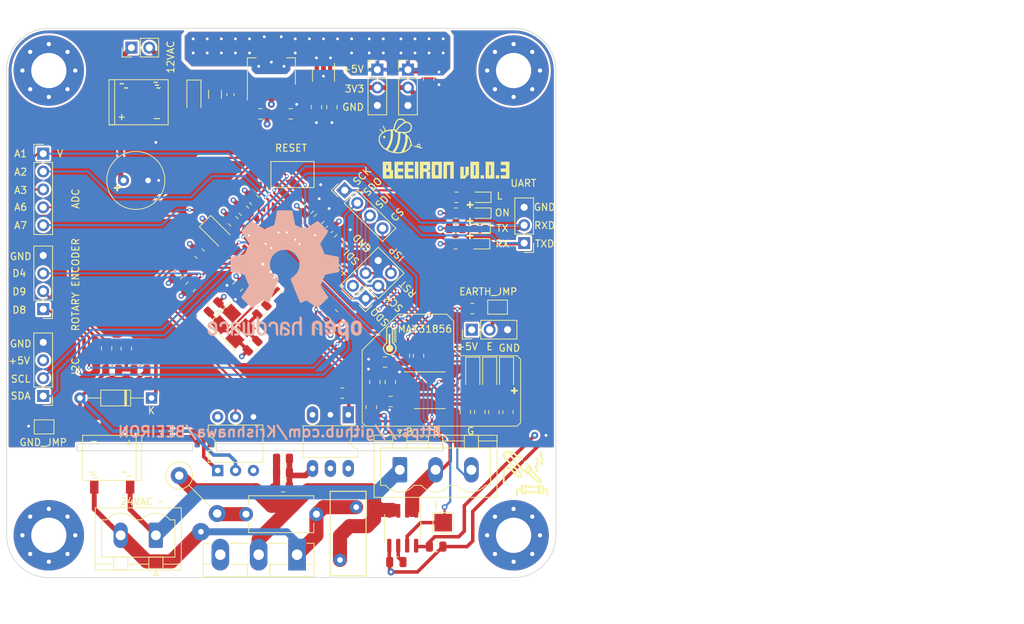
<source format=kicad_pcb>
(kicad_pcb (version 20211014) (generator pcbnew)
  (layers (0 "F.Cu" signal) (1 "In1.Cu" power) (2 "In2.Cu" power) (31 "B.Cu" signal) (34 "B.Paste" user) (35 "F.Paste" user) (36 "B.SilkS" user "B.Silkscreen") (37 "F.SilkS" user "F.Silkscreen") (38 "B.Mask" user) (39 "F.Mask" user) (44 "Edge.Cuts" user))
  (net 0 "")
  (net 1 "+12V")
  (net 2 "GND")
  (net 3 "T2")
  (net 4 "T1")
  (net 5 "+3V3")
  (net 6 "Net-(C2-Pad1)")
  (net 7 "+5V")
  (net 8 "+5VA")
  (net 9 "XTAL1")
  (net 10 "XTAL2")
  (net 11 "Net-(C3-Pad1)")
  (net 12 "Net-(C16-Pad2)")
  (net 13 "Net-(D1-Pad1)")
  (net 14 "RST")
  (net 15 "D10{slash}CS")
  (net 16 "Net-(D3-Pad2)")
  (net 17 "D13{slash}SCK")
  (net 18 "Net-(D4-Pad2)")
  (net 19 "D11{slash}SDI")
  (net 20 "Net-(D5-Pad2)")
  (net 21 "RXD")
  (net 22 "TXD")
  (net 23 "Net-(F1-Pad2)")
  (net 24 "Net-(BR1-Pad~)")
  (net 25 "Net-(BR1-Pad~{.})")
  (net 26 "SDA")
  (net 27 "SCL")
  (net 28 "D12{slash}SDO")
  (net 29 "Earth_Protective")
  (net 30 "D8")
  (net 31 "D9")
  (net 32 "D4")
  (net 33 "Net-(R23-Pad2)")
  (net 34 "A2")
  (net 35 "A3")
  (net 36 "A6")
  (net 37 "A7")
  (net 38 "IRON_BLU")
  (net 39 "I_SENSE")
  (net 40 "Net-(Q1-Pad3)")
  (net 41 "D3")
  (net 42 "D2")
  (net 43 "IRON_RED")
  (net 44 "IRON_GRN")
  (net 45 "Net-(C17-Pad2)")
  (net 46 "A1{slash}VOLTAGE")
  (net 47 "Net-(R15-Pad2)")
  (net 48 "Net-(R17-Pad2)")
  (net 49 "Net-(R21-Pad1)")
  (net 50 "D6{slash}FAULT")
  (net 51 "D7{slash}DDRY")
  (net 52 "Net-(R22-Pad2)")
  (net 53 "A0{slash}CURRENT")
  (net 60 "Net-(BR2-Pad~{.})")
  (net 61 "Net-(R27-Pad1)")
  (net 62 "Net-(C13-Pad1)")
  (net 67 "Net-(DL1-Pad2)")
  (net 68 "Net-(DON1-Pad2)")
  (net 69 "Net-(R24-Pad2)")
  (net 70 "Net-(C19-Pad1)")
  (net 71 "Net-(C22-Pad1)")
  (footprint "Resistor_SMD:R_0805_2012Metric" (layer "F.Cu") (at 118 106.5)
    (fp_text reference "R29" hide)
    (fp_text value "100")
  )
  (footprint "Package_TO_SOT_SMD:SOT-223-3_TabPin2" (layer "F.Cu") (at 140.6 64.1 90)
    (fp_text reference "U4" hide)
    (fp_text value "NCP1117-5.0_SOT223")
  )
  (footprint "Capacitor_THT:C_Radial_D8.0mm_H7.0mm_P3.50mm" (layer "F.Cu") (at 119.6 79.6)
    (fp_text reference "C7" hide)
    (fp_text value "C_Polarized")
  )
  (footprint "Capacitor_SMD:C_0805_2012Metric" (layer "F.Cu") (at 139.05 70.15 180)
    (fp_text reference "C4" hide)
    (fp_text value "10u")
  )
  (footprint "Capacitor_THT:C_Disc_D9.0mm_W5.0mm_P10.00mm" (layer "F.Cu") (at 137 127)
    (fp_text reference "C19" hide)
    (fp_text value "0.53u")
  )
  (footprint "Connector_PinHeader_2.54mm:PinHeader_1x03_P2.54mm_Vertical" (layer "F.Cu") (at 176.5 88.5 180)
    (fp_text reference "J4" hide)
    (fp_text value "UART")
  )
  (footprint "Resistor_SMD:R_0805_2012Metric" (layer "F.Cu") (at 166.751607 88.6)
    (fp_text reference "R24" hide)
    (fp_text value "10K")
  )
  (footprint "Resistor_SMD:R_0805_2012Metric" (layer "F.Cu") (at 120 103.4875 -90)
    (fp_text reference "R28" hide)
    (fp_text value "100")
  )
  (footprint "Resistor_SMD:R_0805_2012Metric" (layer "F.Cu") (at 122 106.5)
    (fp_text reference "R27" hide)
    (fp_text value "10K")
  )
  (footprint "Resistor_SMD:R_0805_2012Metric" (layer "F.Cu") (at 174.2 112.5125 -90)
    (fp_text reference "R12" hide)
    (fp_text value "10K")
  )
  (footprint "Capacitor_SMD:C_0805_2012Metric" (layer "F.Cu") (at 149.2 69.2 -90)
    (fp_text reference "C1" hide)
    (fp_text value "1u")
  )
  (footprint "FOOTPRINT:Thermometer" (layer "F.Cu") (at 157.4 102.3)
    (fp_text reference "G***" hide)
    (fp_text value "LOGO" hide)
  )
  (footprint "Package_TO_SOT_SMD:SOT-23-5" (layer "F.Cu") (at 148 64.75 -90)
    (fp_text reference "U3" hide)
    (fp_text value "LP2985-3.3")
  )
  (footprint "FOOTPRINT:LOGO v0.0" (layer "F.Cu") (at 164 72.4)
    (fp_text reference "" hide)
    (fp_text value "LOGO" hide)
  )
  (footprint "Diode_SMD:D_SOD-123" (layer "F.Cu") (at 171.6 106.95 -90)
    (fp_text reference "D4" hide)
    (fp_text value "1N4148W")
  )
  (footprint "Connector_PinHeader_2.54mm:PinHeader_1x03_P2.54mm_Vertical" (layer "F.Cu") (at 169.06 100.8 90)
    (fp_text reference "J5" hide)
    (fp_text value "PWR")
  )
  (footprint "Resistor_SMD:R_0805_2012Metric" (layer "F.Cu") (at 150.6875 109.8 180)
    (fp_text reference "R21" hide)
    (fp_text value "220")
  )
  (footprint "Connector_PinHeader_2.54mm:PinHeader_1x03_P2.54mm_Vertical" (layer "F.Cu") (at 160 63.875)
    (fp_text reference "J11" hide)
    (fp_text value "SUPPLY_OUT")
  )
  (footprint "Connector_PinHeader_2.54mm:PinHeader_1x02_P2.54mm_Vertical" (layer "F.Cu") (at 120.725 60.75 90)
    (fp_text reference "J1" hide)
    (fp_text value "Conn_01x02_Male")
  )
  (footprint "Button_Switch_SMD:SW_SPST_CK_RS282G05A3" (layer "F.Cu") (at 143.6 78.770227)
    (fp_text reference "SW1" hide)
    (fp_text value "SW_Push")
  )
  (footprint "MountingHole:MountingHole_5mm_Pad_Via" (layer "F.Cu") (at 175 64)
    (fp_text reference "H2" hide)
    (fp_text value "MountingHole_Pad")
  )
  (footprint "Capacitor_SMD:C_0805_2012Metric" (layer "F.Cu") (at 155.3 108.25 -90)
    (fp_text reference "C16" hide)
    (fp_text value "10nF")
  )
  (footprint "Resistor_THT:R_Axial_DIN0411_L9.9mm_D3.6mm_P7.62mm_Vertical" (layer "F.Cu") (at 127.518056 121.518056 -45)
    (fp_text reference "R19" hide)
    (fp_text value "2E/2W")
  )
  (footprint "Capacitor_SMD:C_0805_2012Metric" (layer "F.Cu") (at 147 69.2 -90)
    (fp_text reference "C2" hide)
    (fp_text value "10n")
  )
  (footprint "Connector_PinHeader_2.54mm:PinHeader_1x03_P2.54mm_Vertical" (layer "F.Cu") (at 155.652393 63.87487)
    (fp_text reference "J10" hide)
    (fp_text value "SUPPLY_OUT")
  )
  (footprint "Package_DIP:DIP-6_W7.62mm" (layer "F.Cu") (at 132.975 120.8 90)
    (fp_text reference "U8" hide)
    (fp_text value "4N25")
  )
  (footprint "Resistor_SMD:R_0805_2012Metric" (layer "F.Cu") (at 166.8 86.4)
    (fp_text reference "R23" hide)
    (fp_text value "10K")
  )
  (footprint "Resistor_SMD:R_0805_2012Metric" (layer "F.Cu") (at 142.25 121.1)
    (fp_text reference "R17" hide)
    (fp_text value "100")
  )
  (footprint "Resistor_SMD:R_0805_2012Metric" (layer "F.Cu") (at 169.135 97.8)
    (fp_text reference "R16" hide)
    (fp_text value "10M")
  )
  (footprint "Connector_Phoenix_MSTB:PhoenixContact_MSTBVA_2,5_3-G-5,08_1x03_P5.08mm_Vertical" (layer "F.Cu") (at 158.84 120.7)
    (fp_text reference "J8" hide)
    (fp_text value "Soldering Conn")
  )
  (footprint "TestPoint:TestPoint_Pad_2.5x2.5mm" (layer "F.Cu") (at 165 128.2)
    (fp_text reference "TP1" hide)
    (fp_text value "TestPoint")
  )
  (footprint "Diode_SMD:D_SOD-123" (layer "F.Cu") (at 169.2 106.95 -90)
    (fp_text reference "D3" hide)
    (fp_text value "1N4148W")
  )
  (footprint "Capacitor_SMD:C_0805_2012Metric" (layer "F.Cu") (at 157.55 111 180)
    (fp_text reference "C14" hide)
    (fp_text value "1u")
  )
  (footprint "Resistor_SMD:R_0805_2012Metric" (layer "F.Cu") (at 136.7 83.9 -45)
    (fp_text reference "R3" hide)
    (fp_text value "2.2K")
  )
  (footprint "Connector_PinHeader_2.54mm:PinHeader_2x03_P2.54mm_Vertical" (layer "F.Cu") (at 153.979773 96.362329 135)
    (fp_text reference "J7" hide)
    (fp_text value "ISP")
  )
  (footprint "Capacitor_SMD:C_0805_2012Metric" (layer "F.Cu") (at 137.928249 103.071751 -135)
    (fp_text reference "C13" hide)
    (fp_text value "14p")
  )
  (footprint "Capacitor_SMD:C_0805_2012Metric" (layer "F.Cu") (at 162.95 65.127195 -90)
    (fp_text reference "C8" hide)
    (fp_text value "100n")
  )
  (footprint "Capacitor_SMD:C_0805_2012Metric" (layer "F.Cu") (at 156.75 105.4 180)
    (fp_text reference "C18" hide)
    (fp_text value "10nF")
  )
  (footprint "Resistor_SMD:R_0805_2012Metric" (layer "F.Cu") (at 166.8125 84.25)
    (fp_text reference "R26" hide)
    (fp_text value "10K")
  )
  (footprint "LED_SMD:LED_0603_1608Metric" (layer "F.Cu") (at 170.3125 84.25 180)
    (fp_text reference "DON1" hide)
    (fp_text value "ON")
  )
  (footprint "Capacitor_SMD:C_0805_2012Metric" (layer "F.Cu") (at 157.5 108.25 90)
    (fp_text reference "C17" hide)
    (fp_text value "10nF")
  )
  (footprint "Fuse:Fuse_1206_3216Metric" (layer "F.Cu") (at 132.6 67.4 -90)
    (fp_text reference "F1" hide)
    (fp_text value "Resetable Fuse")
  )
  (footprint "Resistor_SMD:R_0805_2012Metric" (layer "F.Cu") (at 166.9 82)
    (fp_text reference "R25" hide)
    (fp_text value "10K")
  )
  (footprint "Resistor_SMD:R_0805_2012Metric" (layer "F.Cu") (at 130.40953 90.00953 -45)
    (fp_text reference "R2" hide)
    (fp_text value "2.2K")
  )
  (footprint "Jumper:SolderJumper-2_P1.3mm_Open_TrianglePad1.0x1.5mm" (layer "F.Cu") (at 108.325 114.6)
    (fp_text reference "JP2" hide)
    (fp_text value "Jumper_2_Open")
  )
  (footprint "MountingHole:MountingHole_5mm_Pad_Via" (layer "F.Cu") (at 109 64)
    (fp_text reference "H1" hide)
    (fp_text value "MountingHole_Pad")
  )
  (footprint "Package_QFP:TQFP-32_7x7mm_P0.8mm" (layer "F.Cu") (at 142.136449 90.416495 45)
    (fp_text reference "U5" hide)
    (fp_text value "ATmega328P-A")
  )
  (footprint "Inductor_SMD:L_0603_1608Metric" (layer "F.Cu") (at 134.8 67.4125 -90)
    (fp_text reference "FB1" hide)
    (fp_text value "100Ω @ 100MHz")
  )
  (footprint "Capacitor_SMD:C_0805_2012Metric" (layer "F.Cu") (at 143.35 70.15)
    (fp_text reference "C3" hide)
    (fp_text value "10u")
  )
  (footprint "Capacitor_SMD:C_0805_2012Metric" (layer "F.Cu") (at 168.15 112.516616 -90)
    (fp_text reference "C15" hide)
    (fp_text value "1u")
  )
  (footprint "Resistor_SMD:R_0805_2012Metric" (layer "F.Cu") (at 147.584538 100.124992 135)
    (fp_text reference "R5" hide)
    (fp_text value "2.2K")
  )
  (footprint "Capacitor_SMD:C_0805_2012Metric" (layer "F.Cu") (at 158.35 133.8 180)
    (fp_text reference "C22" hide)
    (fp_text value "100n")
  )
  (footprint "Capacitor_SMD:C_0805_2012Metric" (layer "F.Cu") (at 164 131.6)
    (fp_text reference "C20" hide)
    (fp_text value "100n")
  )
  (footprint "Capacitor_SMD:C_0805_2012Metric" (layer "F.Cu") (at 135.828249 94.671751 -135)
    (fp_text reference "C10" hide)
    (fp_text value "100n")
  )
  (footprint "Jumper:SolderJumper-2_P1.3mm_Open_TrianglePad1.0x1.5mm" (layer "F.Cu") (at 172.725 97.6)
    (fp_text reference "JP1" hide)
    (fp_text value "Jumper_2_Open")
  )
  (footprint "Package_DIP:DIP-6_W7.62mm_LongPads" (layer "F.Cu") (at 151.525 112.88 -90)
    (fp_text reference "U7" hide)
    (fp_text value "MOC3020M")
  )
  (footprint "Resistor_SMD:R_0805_2012Metric" (layer "F.Cu") (at 161.5 104.4875 -90)
    (fp_text reference "R15" hide)
    (fp_text value "100")
  )
  (footprint "Capacitor_SMD:C_0805_2012Metric" (layer "F.Cu") (at 147.379773 85.070227 45)
    (fp_text reference "C5" hide)
    (fp_text value "1u")
  )
  (footprint "Package_TO_SOT_THT:TO-3P-3_Vertical" (layer "F.Cu") (at 144.25 132.75 180)
    (fp_text reference "Q1" hide)
    (fp_text value "BTB26-600")
  )
  (footprint "Connector_PinHeader_2.54mm:PinHeader_1x04_P2.54mm_Vertical" (layer "F.Cu") (at 108.2 110.22 180)
    (fp_text reference "J2" hide)
    (fp_text value "I2C")
  )
  (footprint "LED_SMD:LED_0603_1608Metric" (layer "F.Cu") (at 170.3125 82 180)
    (fp_text reference "DL1" hide)
    (fp_text value "L")
  )
  (footprint "Resistor_SMD:R_0805_2012Metric" (layer "F.Cu") (at 138.15953 82.35953 -45)
    (fp_text reference "R4" hide)
    (fp_text value "2.2K")
  )
  (footprint "DB107S:DIOB_DB107S" (layer "F.Cu") (at 121.75 68.5 180)
    (fp_text reference "BR1" hide)
    (fp_text value "DB107S")
  )
  (footprint "Resistor_SMD:R_0805_2012Metric" (layer "F.Cu") (at 127.334538 92.915462 45)
    (fp_text reference "R1" hide)
    (fp_text value "2.2K")
  )
  (footprint "Crystal:Crystal_SMD_3225-4Pin_3.2x2.5mm_HandSoldering" (layer "F.Cu") (at 135.2 100.3 -45)
    (fp_text reference "Y1" hide)
    (fp_text value "XTY0292-7048")
  )
  (footprint "MountingHole:MountingHole_5mm_Pad_Via" (layer "F.Cu") (at 175 130)
    (fp_text reference "H3" hide)
    (fp_text value "MountingHole_Pad")
  )
  (footprint "Inductor_SMD:L_0603_1608Metric" (layer "F.Cu") (at 148.843153 86.556847 -135)
    (fp_text reference "L1" hide)
    (fp_text value "L")
  )
  (footprint "LED_SMD:LED_0603_1608Metric" (layer "F.Cu") (at 170.2125 86.4 180)
    (fp_text reference "RXD1" hide)
    (fp_text value "RXD")
  )
  (footprint "FOOTPRINT:IRON" (layer "F.Cu") (at 176.7 121.2)
    (fp_text reference "G***" hide)
    (fp_text value "LOGO" hide)
  )
  (footprint "Diode_SMD:D_SOD-123" (layer "F.Cu") (at 174 106.95 -90)
    (fp_text reference "D5" hide)
    (fp_text value "1N4148W")
  )
  (footprint "Diode_SMD:D_1206_3216Metric" (layer "F.Cu") (at 132.794714 86.994714 -45)
    (fp_text reference "D2" hide)
    (fp_text value "CD1206-S01575")
  )
  (footprint "Connector_PinHeader_2.54mm:PinHeader_1x04_P2.54mm_Vertical" (layer "F.Cu") (at 108.2 97.88 180)
    (fp_text reference "J6" hide)
    (fp_text value "ROTARY")
  )
  (footprint "Package_SO:SOIC-8_3.9x4.9mm_P1.27mm" (layer "F.Cu") (at 159.25 129 -90)
    (fp_text reference "U9" hide)
    (fp_text value "ACS712xLCTR-20A")
  )
  (footprint "Capacitor_SMD:C_0805_2012Metric" (layer "F.Cu") (at 137.328249 96.171751 -135)
    (fp_text reference "C11" hide)
    (fp_text value "100n")
  )
  (footprint "Connector_Phoenix_MSTB:PhoenixContact_MSTBVA_2,5_2-G_1x02_P5.00mm_Vertical" (layer "F.Cu") (at 124.2 130 180)
    (fp_text reference "J12" hide)
    (fp_text value "Conn_01x02_Male")
  )
  (footprint "Resistor_SMD:R_0805_2012Metric" (layer "F.Cu") (at 159.5 104.4875 -90)
    (fp_text reference "R14" hide)
    (fp_text value "100")
  )
  (footprint "Resistor_SMD:R_0805_2012Metric" (layer "F.Cu") (at 142.25 119.1)
    (fp_text reference "R18" hide)
    (fp_text value "100")
  )
  (footprint "Capacitor_SMD:C_0805_2012Metric" (layer "F.Cu") (at 145.901524 83.598476 45)
    (fp_text reference "C9" hide)
    (fp_text value "100n")
  )
  (footprint "Resistor_SMD:R_0805_2012Metric" (layer "F.Cu") (at 135.2 85.4 -45)
    (fp_text reference "R8" hide)
    (fp_text value "10K")
  )
  (footprint "Resistor_SMD:R_0805_2012Metric" (layer "F.Cu") (at 126.6 115.2)
    (fp_text reference "R22" hide)
    (fp_text value "3.9K")
  )
  (footprint "Resistor_SMD:R_0805_2012Metric" (layer "F.Cu") (at 139.25 98 45)
    (fp_text reference "R9" hide)
    (fp_text value "50")
  )
  (footprint "Diode_THT:D_DO-35_SOD27_P10.16mm_Horizontal" (layer "F.Cu") (at 123.58 110.5 180)
    (fp_text reference "D6" hide)
    (fp_text value "4.8V")
  )
  (footprint "Resistor_SMD:R_0805_2012Metric" (layer "F.Cu") (at 142.25 123.1)
    (fp_text reference "R20" hide)
    (fp_text value "100")
  )
  (footprint "DB107S:DIOB_DB107S" (layer "F.Cu") (at 118 119)
    (fp_text reference "BR2" hide)
    (fp_text value "DB107S")
  )
  (footprint "Resistor_SMD:R_0805_2012Metric" (layer "F.Cu") (at 170.2 112.5125 -90)
    (fp_text reference "R10" hide)
    (fp_text value "10K")
  )
  (footprint "LED_SMD:LED_0603_1608Metric" (layer "F.Cu") (at 170.126607 88.6 180)
    (fp_text reference "TXD1" hide)
    (fp_text value "TXD")
  )
  (footprint "Resistor_SMD:R_0805_2012Metric" (layer "F.Cu") (at 172.2 112.516616 -90)
    (fp_text reference "R11" hide)
    (fp_text value "10K")
  )
  (footprint "Connector_PinHeader_2.54mm:PinHeader_1x05_P2.54mm_Vertical" (layer "F.Cu") (at 108.2 75.8)
    (fp_text reference "J9" hide)
    (fp_text value "ADC")
  )
  (footprint "MountingHole:MountingHole_5mm_Pad_Via" (layer "F.Cu") (at 109 130)
    (fp_text reference "H4" hide)
    (fp_text value "MountingHole_Pad")
  )
  (footprint "Varistor:RV_Disc_D12mm_W5.1mm_P7.5mm" (layer "F.Cu") (at 150.35 133.5 90)
    (fp_text reference "RV1" hide)
    (fp_text value "Varistor")
  )
  (footprint "Diode_SMD:D_SOD-123" (layer "F.Cu") (at 129.6 67.6 -90)
    (fp_text reference "D1" hide)
    (fp_text value "B5819W")
  )
  (footprint "Capacitor_SMD:C_0805_2012Metric" (layer "F.Cu") (at 117.2 103.45 -90)
    (fp_text reference "C21" hide)
    (fp_text value "10u")
  )
  (footprint "Capacitor_SMD:C_0805_2012Metric" (layer "F.Cu") (at 132.4 97.6 45)
    (fp_text reference "C12" hide)
    (fp_text value "14p")
  )
  (footprint "Resistor_SMD:R_0805_2012Metric" (layer "F.Cu") (at 129.134538 94.715462 45)
    (fp_text reference "R7" hide)
    (fp_text value "2.2K")
  )
  (footprint "Resistor_SMD:R_0805_2012Metric" (layer "F.Cu") (at 149.334538 98.624992 135)
    (fp_text reference "R6" hide)
    (fp_text value "2.2K")
  )
  (footprint "Connector_PinHeader_2.54mm:PinHeader_1x04_P2.54mm_Vertical" (layer "F.Cu") (at 151.007898 81.007898 45)
    (fp_text reference "J3" hide)
    (fp_text value "SPI")
  )
  (footprint "Resistor_SMD:R_0805_2012Metric" (layer "F.Cu") (at 154.8 111.8 90)
    (fp_text reference "R13" hide)
    (fp_text value "100")
  )
  (footprint "Package_SO:TSSOP-14_4.4x5mm_P0.65mm" (layer "F.Cu") (at 163.1 109.4)
    (fp_text reference "U6" hide)
    (fp_text value "MAX31856")
  )
  (footprint "Capacitor_SMD:C_0805_2012Metric" (layer "F.Cu") (at 150.251524 87.998476 45)
    (fp_text reference "C6" hide)
    (fp_text value "10n")
  )
  (footprint "Symbol:OSHW-Logo2_24.3x20mm_SilkScreen" (layer "B.Cu") (at 142.5 93.1 180)
    (fp_text reference "REF**" hide)
    (fp_text value "OSHW-Logo2_24.3x20mm_SilkScreen" hide)
  )
  (gr_line (start 175.5 114.5) (end 176 114) (layer "F.SilkS") (width 0.12))
  (gr_line (start 153.5 114) (end 154 114.5) (layer "F.SilkS") (width 0.12))
  (gr_line (start 176 114) (end 176 105) (layer "F.SilkS") (width 0.12))
  (gr_line (start 175.5 104.5) (end 167.5 104.5) (layer "F.SilkS") (width 0.12))
  (gr_line (start 158.6 98.6) (end 153.5 103.7) (layer "F.SilkS") (width 0.12))
  (gr_line (start 154 114.5) (end 175 114.5) (layer "F.SilkS") (width 0.12))
  (gr_line (start 153.5 103.7) (end 153.5 114) (layer "F.SilkS") (width 0.12))
  (gr_line (start 175 114.5) (end 175.5 114.5) (layer "F.SilkS") (width 0.12))
  (gr_line (start 176 105) (end 175.5 104.5) (layer "F.SilkS") (width 0.12))
  (gr_line (start 166.5 99.6) (end 165.5 98.6) (layer "F.SilkS") (width 0.12))
  (gr_line (start 165.5 98.6) (end 158.6 98.6) (layer "F.SilkS") (width 0.12))
  (gr_line (start 167.5 104.5) (end 166.5 103.5) (layer "F.SilkS") (width 0.12))
  (gr_line (start 166.5 103.5) (end 166.5 99.6) (layer "F.SilkS") (width 0.12))
  (gr_arc (start 175 58) (mid 179.242641 59.757359) (end 181 64) (layer "Edge.Cuts") (width 0.1))
  (gr_line (start 181 130) (end 181 64) (layer "Edge.Cuts") (width 0.1))
  (gr_line (start 103 64) (end 103 130) (layer "Edge.Cuts") (width 0.1))
  (gr_arc (start 103 64) (mid 104.757359 59.757359) (end 109 58) (layer "Edge.Cuts") (width 0.1))
  (gr_line (start 132.8 117) (end 165 117) (layer "Edge.Cuts") (width 0.1))
  (gr_line (start 129.4 117) (end 113 117) (layer "Edge.Cuts") (width 0.1))
  (gr_line (start 132.8 117) (end 132.8 118) (layer "Edge.Cuts") (width 0.1))
  (gr_line (start 113 117) (end 113 118) (layer "Edge.Cuts") (width 0.1))
  (gr_line (start 165 118) (end 132.8 118) (layer "Edge.Cuts") (width 0.1))
  (gr_arc (start 109 136) (mid 104.757359 134.242641) (end 103 130) (layer "Edge.Cuts") (width 0.1))
  (gr_line (start 175 58) (end 109 58) (layer "Edge.Cuts") (width 0.1))
  (gr_line (start 113 118) (end 129.4 118) (layer "Edge.Cuts") (width 0.1))
  (gr_line (start 109 136) (end 175 136) (layer "Edge.Cuts") (width 0.1))
  (gr_arc (start 181 130) (mid 179.242641 134.242641) (end 175 136) (layer "Edge.Cuts") (width 0.1))
  (gr_line (start 129.4 117) (end 129.4 118) (layer "Edge.Cuts") (width 0.1))
  (gr_line (start 165 117) (end 165 118) (layer "Edge.Cuts") (width 0.1))
  (gr_text "https://github.com/Krishnawa/BEEIRON" (at 141.8 115.3) (layer "B.SilkS") (effects (font (size 1.5 1.5) (thickness 0.3)) (justify mirror)))
  (gr_text "+5" (at 150.5 92.5 135) (layer "F.SilkS") (effects (font (size 1 1))))
  (gr_text "A1" (at 105 75.8) (layer "F.SilkS") (effects (font (size 1 1))))
  (gr_text "A7" (at 105 86) (layer "F.SilkS") (effects (font (size 1 1))))
  (gr_text "D4" (at 104.8 92.8) (layer "F.SilkS") (effects (font (size 1 1))))
  (gr_text "E" (at 171.6 103.2) (layer "F.SilkS") (effects (font (size 1 1))))
  (gr_text "GND_JMP" (at 108.2 116.8) (layer "F.SilkS") (effects (font (size 1 1))))
  (gr_text "ISP" (at 158.4 90 135) (layer "F.SilkS") (effects (font (size 1 1))))
  (gr_text "A3" (at 105 81) (layer "F.SilkS") (effects (font (size 1 1))))
  (gr_text "+5V" (at 152.2 63.8) (layer "F.SilkS") (effects (font (size 1 1))))
  (gr_text "24VAC ~" (at 122.2 125.2) (layer "F.SilkS") (effects (font (size 1 1))))
  (gr_text "TX" (at 173.4 86.4) (layer "F.SilkS") (effects (font (size 1 1))))
  (gr_text "3V3" (at 152.4 66.6) (layer "F.SilkS") (effects (font (size 1 1))))
  (gr_text "A2" (at 105 78.4) (layer "F.SilkS") (effects (font (size 1 1))))
  (gr_text "ON" (at 173.4 84.2) (layer "F.SilkS") (effects (font (size 1 1))))
  (gr_text "I" (at 164 125.8) (layer "F.SilkS") (effects (font (size 1 1))))
  (gr_text "SCL" (at 105 107.8) (layer "F.SilkS") (effects (font (size 1 1))))
  (gr_text "ROTARY ENCODER" (at 112.8 94.4 90) (layer "F.SilkS") (effects (font (size 1 1))))
  (gr_text "GND\n" (at 105 102.8) (layer "F.SilkS") (effects (font (size 1 1))))
  (gr_text "GND" (at 179.4 83.4) (layer "F.SilkS") (effects (font (size 1 1))))
  (gr_text "B" (at 160.19 115.29) (layer "F.SilkS") (effects (font (size 1 1))))
  (gr_text "TXD" (at 179.4 88.6) (layer "F.SilkS") (effects (font (size 1 1))))
  (gr_text "G" (at 168.9 115.2) (layer "F.SilkS") (effects (font (size 1 1))))
  (gr_text "R" (at 164 115.2) (layer "F.SilkS") (effects (font (size 1 1))))
  (gr_text "GND" (at 152.2 69.2) (layer "F.SilkS") (effects (font (size 1 1))))
  (gr_text "+" (at 175.1 109.4) (layer "F.SilkS") (effects (font (size 1 1) (thickness 0.25))))
  (gr_text "GND" (at 174.4 103.4) (layer "F.SilkS") (effects (font (size 1 1))))
  (gr_text "GND" (at 105 90.4) (layer "F.SilkS") (effects (font (size 1 1))))
  (gr_text "12VAC" (at 126.3 62.1 90) (layer "F.SilkS") (effects (font (size 1 1))))
  (gr_text "SCK\n" (at 153.5 79 45) (layer "F.SilkS") (effects (font (size 1 1))))
  (gr_text "RESET" (at 143.4 75) (layer "F.SilkS") (effects (font (size 1 1))))
  (gr_text "SDA" (at 105 110.2) (layer "F.SilkS") (effects (font (size 1 1))))
  (gr_text "RXD" (at 179.4 86) (layer "F.SilkS") (effects (font (size 1 1))))
  (gr_text "ADC" (at 112.8 82.2 90) (layer "F.SilkS") (effects (font (size 1 1))))
  (gr_text "RX" (at 173.4 88.6) (layer "F.SilkS") (effects (font (size 1 1))))
  (gr_text "GND\n" (at 153.5 88.5 135) (layer "F.SilkS") (effects (font (size 1 1))))
  (gr_text "SDO" (at 156 99 135) (layer "F.SilkS") (effects (font (size 1 1))))
  (gr_text "+" (at 168.8 87.4) (layer "F.SilkS") (effects (font (size 1 1) (thickness 0.25))))
  (gr_text "SDI" (at 152 90.5 135) (layer "F.SilkS") (effects (font (size 1 1))))
  (gr_text "L\n" (at 173 81.8) (layer "F.SilkS") (effects (font (size 1 1))))
  (gr_text "+" (at 168.8 83) (layer "F.SilkS") (effects (font (size 1 1) (thickness 0.25))))
  (gr_text "+5V" (at 168.4 103.2) (layer "F.SilkS") (effects (font (size 1 1))))
  (gr_text "I2C" (at 112.8 106 90) (layer "F.SilkS") (effects (font (size 1 1))))
  (gr_text "+" (at 168.8 85.3) (layer "F.SilkS") (effects (font (size 1 1) (thickness 0.25))))
  (gr_text "UART" (at 176.4 80) (layer "F.SilkS") (effects (font (size 1 1))))
  (gr_text "RST" (at 160 95 135) (layer "F.SilkS") (effects (font (size 1 1))))
  (gr_text "D9" (at 104.8 95.4) (layer "F.SilkS") (effects (font (size 1 1))))
  (gr_text "D8" (at 104.8 98) (layer "F.SilkS") (effects (font (size 1 1))))
  (gr_text "SCK" (at 158 97 135) (layer "F.SilkS") (effects (font (size 1 1))))
  (gr_text "+5V" (at 104.8 105.2) (layer "F.SilkS") (effects (font (size 1 1))))
  (gr_text "+" (at 118.7 80.6) (layer "F.SilkS") (effects (font (size 1 1) (thickness 0.25))))
  (gr_text "V" (at 110.6 75.8) (layer "F.SilkS") (effects (font (size 1 1))))
  (gr_text "EARTH_JMP" (at 171.4 95.4) (layer "F.SilkS") (effects (font (size 1 1))))
  (gr_text "SDO" (at 155 80.5 45) (layer "F.SilkS") (effects (font (size 1 1))))
  (gr_text "A6" (at 105 83.4) (layer "F.SilkS") (effects (font (size 1 1))))
  (gr_text "CS" (at 158.5 84.5 45) (layer "F.SilkS") (effects (font (size 1 1))))
  (gr_text "MAX31856" (at 162.4 100.7) (layer "F.SilkS") (effects (font (size 1 1))))
  (gr_text "SDI" (at 156.5 82.5 45) (layer "F.SilkS") (effects (font (size 1 1))))
  (segment (start 119.20041 79.20041) (end 119.6 79.6) (width 0.7) (layer "F.Cu") (net 1))
  (segment (start 120.95 69.25) (end 119.20041 70.99959) (width 0.7) (layer "F.Cu") (net 1))
  (segment (start 129.6 69.25) (end 120.95 69.25) (width 0.7) (layer "F.Cu") (net 1))
  (segment (start 119.20041 70.99959) (end 119.20041 72.62558) (width 0.7) (layer "F.Cu") (net 1))
  (segment (start 119.20041 72.62558) (end 119.20041 79.20041) (width 0.7) (layer "F.Cu") (net 1))
  (segment (start 155.8 105.4) (end 154.8 105.4) (width 0.5) (layer "F.Cu") (net 2))
  (segment (start 179.6 116.2) (end 179.6 115.8) (width 0.5) (layer "F.Cu") (net 2))
  (segment (start 144.85881 87.128448) (end 144.85881 87.14119) (width 0.3) (layer "F.Cu") (net 2))
  (segment (start 155.3 107.3) (end 154.4 106.4) (width 0.5) (layer "F.Cu") (net 2))
  (segment (start 138.282717 92.573171) (end 138.326829 92.573171) (width 0.3) (layer "F.Cu") (net 2))
  (segment (start 144.85881 87.14119) (end 144 88) (width 0.3) (layer "F.Cu") (net 2))
  (segment (start 156.6 111.4) (end 157.4 112.2) (width 0.3) (layer "F.Cu") (net 2))
  (segment (start 124.30041 74.09959) (end 124.2 74.2) (width 0.7) (layer "F.Cu") (net 2))
  (segment (start 157.345 133.745) (end 157.4 133.8) (width 0.5) (layer "F.Cu") (net 2))
  (segment (start 144.3 70.15) (end 144.3 68.9) (width 0.7) (layer "F.Cu") (net 2))
  (segment (start 154.8 105.4) (end 154.4 105) (width 0.5) (layer "F.Cu") (net 2))
  (segment (start 147.5 78.770227) (end 147.5 80.1) (width 0.3) (layer "F.Cu") (net 2))
  (segment (start 135.412132 102.138478) (end 135.651474 102.138478) (width 0.5) (layer "F.Cu") (net 2))
  (segment (start 164.95 131.6) (end 168.4 131.6) (width 0.5) (layer "F.Cu") (net 2))
  (segment (start 148 63.6125) (end 148 64.8) (width 0.5) (layer "F.Cu") (net 2))
  (segment (start 149.2 70.15) (end 149.2 71.4) (width 0.7) (layer "F.Cu") (net 2))
  (segment (start 164.322805 66.077195) (end 164.4 66) (width 0.5) (layer "F.Cu") (net 2))
  (segment (start 107.5 114.5) (end 107.6 114.6) (width 0.5) (layer "F.Cu") (net 2))
  (segment (start 155.8 106.8) (end 155.8 105.4) (width 0.5) (layer "F.Cu") (net 2))
  (segment (start 148.051524 84.348476) (end 148.8 83.6) (width 0.7) (layer "F.Cu") (net 2))
  (segment (start 135.856498 96.143502) (end 135.5 96.5) (width 0.5) (layer "F.Cu") (net 2))
  (segment (start 135.856498 96.043502) (end 135.856498 96.143502) (width 0.5) (layer "F.Cu") (net 2))
  (segment (start 159.45 107.45) (end 158.8 106.8) (width 0.3) (layer "F.Cu") (net 2))
  (segment (start 135.143502 95.343502) (end 134.3 94.5) (width 0.7) (layer "F.Cu") (net 2))
  (segment (start 135.156498 95.343502) (end 135.856498 96.043502) (width 0.7) (layer "F.Cu") (net 2))
  (segment (start 139.414088 93.704542) (end 139.414088 93.685912) (width 0.3) (layer "F.Cu") (net 2))
  (segment (start 133.282844 97.156498) (end 134.787868 98.661522) (width 0.5) (layer "F.Cu") (net 2))
  (segment (start 138.326829 92.573171) (end 139.4 91.5) (width 0.3) (layer "F.Cu") (net 2))
  (segment (start 147.5 80.1) (end 147.6 80.2) (width 0.3) (layer "F.Cu") (net 2))
  (segment (start 157.4 135) (end 157.6 135.2) (width 0.5) (layer "F.Cu") (net 2))
  (segment (start 155.3 107.3) (end 155.8 106.8) (width 0.5) (layer "F.Cu") (net 2))
  (segment (start 156.6 111) (end 156.6 111.4) (width 0.3) (layer "F.Cu") (net 2))
  (segment (start 124.6 79.6) (end 123.1 79.6) (width 0.7) (layer "F.Cu") (net 2))
  (segment (start 150.923275 87.326725) (end 151.073275 87.326725) (width 0.3) (layer "F.Cu") (net 2))
  (segment (start 147 70.15) (end 147 71.4) (width 0.7) (layer "F.Cu") (net 2))
  (segment (start 168.4 131.6) (end 169.2 130.8) (width 0.5) (layer "F.Cu") (net 2))
  (segment (start 146.673275 82.926725) (end 147.4 82.2) (width 0.7) (layer "F.Cu") (net 2))
  (segment (start 164.95 131.6) (end 161.35 135.2) (width 0.5) (layer "F.Cu") (net 2))
  (segment (start 144.3 68.9) (end 144.2 68.8) (width 0.7) (layer "F.Cu") (net 2))
  (segment (start 133.86 96.11) (end 133.86 96.14) (width 0.5) (layer "F.Cu") (net 2))
  (segment (start 160.2375 107.45) (end 159.45 107.45) (width 0.3) (layer "F.Cu") (net 2))
  (segment (start 133.86 96.14) (end 133.071751 96.928249) (width 0.5) (layer "F.Cu") (net 2))
  (segment (start 169.2 126.6) (end 179.6 116.2) (width 0.5) (layer "F.Cu") (net 2))
  (segment (start 135.156498 95.343502) (end 135.143502 95.343502) (width 0.7) (layer "F.Cu") (net 2))
  (segment (start 161.35 135.2) (end 157.6 135.2) (width 0.5) (layer "F.Cu") (net 2))
  (segment (start 169.2 130.8) (end 169.2 126.6) (width 0.5) (layer "F.Cu") (net 2))
  (segment (start 151.073275 87.326725) (end 151.8 86.6) (width 0.3) (layer "F.Cu") (net 2))
  (segment (start 148.051524 84.398476) (end 148.051524 84.348476) (width 0.7) (layer "F.Cu") (net 2))
  (segment (start 135.856498 96.043502) (end 136.656498 96.843502) (width 0.7) (layer "F.Cu") (net 2))
  (segment (start 162.95 66.077195) (end 164.322805 66.077195) (width 0.5) (layer "F.Cu") (net 2))
  (segment (start 106.125 114.5) (end 107.5 114.5) (width 0.5) (layer "F.Cu") (net 2))
  (segment (start 139.414088 93.685912) (end 140.5 92.6) (width 0.3) (layer "F.Cu") (net 2))
  (segment (start 124.30041 72.62558) (end 124.30041 74.09959) (width 0.7) (layer "F.Cu") (net 2))
  (segment (start 157.345 131.475) (end 157.345 133.745) (width 0.5) (layer "F.Cu") (net 2))
  (segment (start 146.573275 82.926725) (end 146.673275 82.926725) (width 0.7) (layer "F.Cu") (net 2))
  (segment (start 136.4 104.6) (end 137.256498 103.743502) (width 0.5) (layer "F.Cu") (net 2))
  (segment (start 135.651474 102.138478) (end 137.256498 103.743502) (width 0.5) (layer "F.Cu") (net 2))
  (segment (start 157.4 133.8) (end 157.4 135) (width 0.5) (layer "F.Cu") (net 2))
  (via (at 147.4 82.2) (size 0.8) (drill 0.4) (layers "F.Cu" "B.Cu") (net 2))
  (via (at 148.8 83.6) (size 0.8) (drill 0.4) (layers "F.Cu" "B.Cu") (net 2))
  (via (at 147 71.4) (size 1) (drill 0.4) (layers "F.Cu" "B.Cu") (net 2))
  (via (at 154.4 105) (size 0.8) (drill 0.4) (layers "F.Cu" "B.Cu") (net 2))
  (via (at 157.6 135.2) (size 1) (drill 0.4) (layers "F.Cu" "B.Cu") (net 2))
  (via (at 149.2 71.4) (size 1) (drill 0.4) (layers "F.Cu" "B.Cu") (net 2))
  (via (at 158.8 106.8) (size 0.8) (drill 0.4) (layers "F.Cu" "B.Cu") (net 2))
  (via (at 106.125 114.5) (size 0.8) (drill 0.4) (layers "F.Cu" "B.Cu") (net 2))
  (via (at 133.86 96.11) (size 0.8) (drill 0.4) (layers "F.Cu" "B.Cu") (net 2))
  (via (at 139.4 91.5) (size 0.8) (drill 0.4) (layers "F.Cu" "B.Cu") (net 2))
  (via (at 136.4 104.6) (size 0.8) (drill 0.4) (layers "F.Cu" "B.Cu") (net 2))
  (via (at 144.2 68.8) (size 1) (drill 0.4) (layers "F.Cu" "B.Cu") (net 2))
  (via (at 135.5 96.5) (size 0.8) (drill 0.4) (layers "F.Cu" "B.Cu") (net 2))
  (via (at 140.5 92.6) (size 0.8) (drill 0.4) (layers "F.Cu" "B.Cu") (net 2))
  (via (at 124.6 79.6) (size 1) (drill 0.4) (layers "F.Cu" "B.Cu") (net 2))
  (via (at 124.2 74.2) (size 1) (drill 0.4) (layers "F.Cu" "B.Cu") (net 2))
  (via (at 164.4 66) (size 1) (drill 0.4) (layers "F.Cu" "B.Cu") (net 2))
  (via (at 134.3 94.5) (size 0.8) (drill 0.4) (layers "F.Cu" "B.Cu") (net 2))
  (via (at 148 64.8) (size 1) (drill 0.4) (layers "F.Cu" "B.Cu") (net 2))
  (via (at 179.6 115.8) (size 1) (drill 0.4) (layers "F.Cu" "B.Cu") (net 2))
  (via (at 147.6 80.2) (size 0.8) (drill 0.4) (layers "F.Cu" "B.Cu") (net 2))
  (via (at 157.4 112.2) (size 0.8) (drill 0.4) (layers "F.Cu" "B.Cu") (net 2))
  (via (at 154.4 106.4) (size 0.8) (drill 0.4) (layers "F.Cu" "B.Cu") (net 2))
  (via (at 151.8 86.6) (size 0.8) (drill 0.4) (layers "F.Cu" "B.Cu") (net 2))
  (via (at 144 88) (size 0.5) (drill 0.3) (layers "F.Cu" "B.Cu") (net 2))
  (segment (start 120.54959 108.86291) (end 120.54959 114.87442) (width 0.5) (layer "F.Cu") (net 3))
  (segment (start 125.36192 114.87442) (end 125.6875 115.2) (width 0.5) (layer "F.Cu") (net 3))
  (segment (start 120.54959 114.87442) (end 125.36192 114.87442) (width 0.5) (layer "F.Cu") (net 3))
  (segment (start 122.9125 106.5) (end 120.54959 108.86291) (width 0.5) (layer "F.Cu") (net 3))
  (segment (start 112.8 114.6) (end 115.17517 114.6) (width 0.5) (layer "F.Cu") (net 4))
  (segment (start 113.42 110.5) (end 117.0875 106.8325) (width 0.5) (layer "F.Cu") (net 4))
  (segment (start 115.17517 114.6) (end 115.44959 114.87442) (width 0.5) (layer "F.Cu") (net 4))
  (segment (start 113.42 110.5) (end 113.42 112.84483) (width 0.5) (layer "F.Cu") (net 4))
  (segment (start 109.05 114.6) (end 111.4 114.6) (width 0.5) (layer "F.Cu") (net 4))
  (segment (start 117.2 106.3875) (end 117.0875 106.5) (width 0.5) (layer "F.Cu") (net 4))
  (segment (start 117.2 104.4) (end 117.2 106.3875) (width 0.5) (layer "F.Cu") (net 4))
  (segment (start 113.42 112.84483) (end 115.44959 114.87442) (width 0.5) (layer "F.Cu") (net 4))
  (segment (start 117.0875 106.8325) (end 117.0875 106.5) (width 0.5) (layer "F.Cu") (net 4))
  (segment (start 111.4 114.6) (end 112.8 114.6) (width 0.5) (layer "F.Cu") (net 4))
  (segment (start 113.42 110.5) (end 118.12 115.2) (width 0.5) (layer "B.Cu") (net 4))
  (segment (start 134.6 118.6) (end 135.515 119.515) (width 0.5) (layer "B.Cu") (net 4))
  (segment (start 132.4 118.6) (end 134.6 118.6) (width 0.5) (layer "B.Cu") (net 4))
  (segment (start 118.12 115.2) (end 129 115.2) (width 0.5) (layer "B.Cu") (net 4))
  (segment (start 135.515 119.515) (end 135.515 120.8) (width 0.5) (layer "B.Cu") (net 4))
  (segment (start 129 115.2) (end 132.4 118.6) (width 0.5) (layer "B.Cu") (net 4))
  (segment (start 159.99987 66.41487) (end 160 66.415) (width 0.7) (layer "F.Cu") (net 5))
  (segment (start 166.8 68) (end 179 80.2) (width 0.7) (layer "F.Cu") (net 5))
  (segment (start 163.75 110.05) (end 165.05 111.35) (width 0.5) (layer "F.Cu") (net 5))
  (segment (start 155.652393 66.41487) (end 149.47737 66.41487) (width 0.7) (layer "F.Cu") (net 5))
  (segment (start 148.95 65.8875) (end 148.95 68) (width 0.5) (layer "F.Cu") (net 5))
  (segment (start 174.2 113.425) (end 175.575 113.425) (width 0.5) (layer "F.Cu") (net 5))
  (segment (start 170.2 113.425) (end 170.008384 113.425) (width 0.7) (layer "F.Cu") (net 5))
  (segment (start 160 66.415) (end 161.585 68) (width 0.7) (layer "F.Cu") (net 5))
  (segment (start 165.05 111.35) (end 165.9625 111.35) (width 0.5) (layer "F.Cu") (net 5))
  (segment (start 179 80.5) (end 179 110) (width 0.7) (layer "F.Cu") (net 5))
  (segment (start 160.2375 110.05) (end 163.75 110.05) (width 0.5) (layer "F.Cu") (net 5))
  (segment (start 161.585 68) (end 166.8 68) (width 0.7) (layer "F.Cu") (net 5))
  (segment (start 165.9625 111.35) (end 167.933384 111.35) (width 0.5) (layer "F.Cu") (net 5))
  (segment (start 149.47737 66.41487) (end 148.95 65.8875) (width 0.7) (layer "F.Cu") (net 5))
  (segment (start 158.725 110.05) (end 160.2375 110.05) (width 0.5) (layer "F.Cu") (net 5))
  (segment (start 155.652393 66.41487) (end 159.99987 66.41487) (width 0.7) (layer "F.Cu") (net 5))
  (segment (start 175.575 113.425) (end 170.2 113.425) (width 0.7) (layer "F.Cu") (net 5))
  (segment (start 167.933384 111.35) (end 168.15 111.566616) (width 0.5) (layer "F.Cu") (net 5))
  (segment (start 170.2 113.425) (end 174.2 113.425) (width 0.5) (layer "F.Cu") (net 5))
  (segment (start 179 110) (end 175.575 113.425) (width 0.7) (layer "F.Cu") (net 5))
  (segment (start 158.5 110.275) (end 158.725 110.05) (width 0.5) (layer "F.Cu") (net 5))
  (segment (start 170.008384 113.425) (end 168.15 111.566616) (width 0.7) (layer "F.Cu") (net 5))
  (segment (start 179 80.2) (end 179 80.5) (width 0.7) (layer "F.Cu") (net 5))
  (segment (start 148.95 68) (end 149.2 68.25) (width 0.5) (layer "F.Cu") (net 5))
  (segment (start 158.5 111) (end 158.5 110.275) (width 0.5) (layer "F.Cu") (net 5))
  (segment (start 147.05 65.8875) (end 147.05 68.2) (width 0.5) (layer "F.Cu") (net 6))
  (segment (start 147.05 68.2) (end 147 68.25) (width 0.5) (layer "F.Cu") (net 6))
  (segment (start 148.229773 100.829773) (end 149 101.6) (width 0.7) (layer "F.Cu") (net 7))
  (segment (start 161.28 131.6) (end 161.155 131.475) (width 0.5) (layer "F.Cu") (net 7))
  (segment (start 136.054765 83.254765) (end 135.2 82.4) (width 0.7) (layer "F.Cu") (net 7))
  (segment (start 136.5 94) (end 136.4 94) (width 0.3) (layer "F.Cu") (net 7))
  (segment (start 140.6 68.8) (end 140.6 67.25) (width 0.7) (layer "F.Cu") (net 7))
  (segment (start 163.05 130.95) (end 163.8 130.2) (width 0.5) (layer "F.Cu") (net 7))
  (segment (start 145.229773 84.229773) (end 144.2 83.2) (width 0.3) (layer "F.Cu") (net 7))
  (segment (start 140.129773 94.270227) (end 141 93.4) (width 0.3) (layer "F.Cu") (net 7))
  (segment (start 149.979773 99.270227) (end 149.979773 99.379773) (width 0.7) (layer "F.Cu") (net 7))
  (segment (start 149.6 86) (end 150.2 85.4) (width 0.7) (layer "F.Cu") (net 7))
  (segment (start 147.05 62.25) (end 147 62.2) (width 0.5) (layer "F.Cu") (net 7))
  (segment (start 168 125.8) (end 178 115.8) (width 0.5) (layer "F.Cu") (net 7))
  (segment (start 148.229773 100.770227) (end 148.479773 100.770227) (width 0.7) (layer "F.Cu") (net 7))
  (segment (start 163.05 131.6) (end 161.28 131.6) (width 0.5) (layer "F.Cu") (net 7))
  (segment (start 137.2 94.7) (end 138 95.5) (width 0.7) (layer "F.Cu") (net 7))
  (segment (start 145.424496 87.775504) (end 144.6 88.6) (width 0.3) (layer "F.Cu") (net 7))
  (segment (start 147.05 63.6125) (end 147.05 62.25) (width 0.5) (layer "F.Cu") (net 7))
  (segment (start 146.2 86.91863) (end 145.424496 87.694134) (width 0.3) (layer "F.Cu") (net 7))
  (segment (start 128.489303 95.360697) (end 128.439303 95.360697) (width 0.7) (layer "F.Cu") (net 7))
  (segment (start 149.979773 99.379773) (end 150.6 100) (width 0.7) (layer "F.Cu") (net 7))
  (segment (start 164.377195 64.177195) (end 164.4 64.2) (width 0.5) (layer "F.Cu") (net 7))
  (segment (start 138.75 95.5) (end 138 95.5) (width 0.3) (layer "F.Cu") (net 7))
  (segment (start 148.229773 100.770227) (end 148.229773 100.829773) (width 0.7) (layer "F.Cu") (net 7))
  (segment (start 140 70.15) (end 140 71.6) (width 0.7) (layer "F.Cu") (net 7))
  (segment (start 165.9 84.25) (end 164.65 84.25) (width 0.3) (layer "F.Cu") (net 7))
  (segment (start 137.514295 81.714295) (end 136.8 81) (width 0.7) (layer "F.Cu") (net 7))
  (segment (start 136.5 94) (end 137.2 94.7) (width 0.7) (layer "F.Cu") (net 7))
  (segment (start 160.302195 64.177195) (end 160 63.875) (width 0.5) (layer "F.Cu") (net 7))
  (segment (start 138.848402 93.138856) (end 138.761144 93.138856) (width 0.3) (layer "F.Cu") (net 7))
  (segment (start 139.979773 94.270227) (end 138.75 95.5) (width 0.3) (layer "F.Cu") (net 7))
  (segment (start 145.33661 84.377064) (end 145.33661 85.73661) (width 0.3) (layer "F.Cu") (net 7))
  (segment (start 162.95 64.177195) (end 160.302195 64.177195) (width 0.5) (layer "F.Cu") (net 7))
  (segment (start 140.6 60.95) (end 140.6 62.8) (width 0.7) (layer "F.Cu") (net 7))
  (segment (start 167.199022 130.2) (end 168 129.399022) (width 0.5) (layer "F.Cu") (net 7))
  (segment (start 145.33661 85.73661) (end 146.2 86.6) (width 0.3) (layer "F.Cu") (net 7))
  (segment (start 126.689303 93.560697) (end 126.639303 93.560697) (width 0.7) (layer "F.Cu") (net 7))
  (segment (start 145.424496 87.694134) (end 145.424496 87.775504) (width 0.3) (layer "F.Cu") (net 7))
  (segment (start 148.95 62.25) (end 149 62.2) (width 0.5) (layer "F.Cu") (net 7))
  (segment (start 134.554765 84.754765) (end 133.8 84) (width 0.7) (layer "F.Cu") (net 7))
  (segment (start 168 129.399022) (end 168 125.8) (width 0.5) (layer "F.Cu") (net 7))
  (segment (start 136.4 94) (end 135.6 93.2) (width 0.3) (layer "F.Cu") (net 7))
  (segment (start 148.95 63.6125) (end 148.95 62.25) (width 0.5) (layer "F.Cu") (net 7))
  (segment (start 163.8 130.2) (end 167.199022 130.2) (width 0.5) (layer "F.Cu") (net 7))
  (segment (start 149.4 86) (end 149.6 86) (width 0.7) (layer "F.Cu") (net 7))
  (segment (start 163.05 131.6) (end 163.05 130.95) (width 0.5) (layer "F.Cu") (net 7))
  (segment (start 165.839107 88.6) (end 164.6 88.6) (width 0.3) (layer "F.Cu") (net 7))
  (segment (start 146.2 86.6) (end 146.2 86.91863) (width 0.3) (layer "F.Cu") (net 7))
  (segment (start 165.8875 86.4) (end 164.6 86.4) (width 0.3) (layer "F.Cu") (net 7))
  (segment (start 164.65 84.25) (end 164.6 84.2) (width 0.3) (layer "F.Cu") (net 7))
  (segment (start 145.229773 84.270227) (end 145.33661 84.377064) (width 0.3) (layer "F.Cu") (net 7))
  (segment (start 139.979773 94.270227) (end 140.129773 94.270227) (width 0.3) (layer "F.Cu") (net 7))
  (segment (start 138.761144 93.138856) (end 137.2 94.7) (width 0.3) (layer "F.Cu") (net 7))
  (segment (start 128.439303 95.360697) (end 127.8 96) (width 0.7) (layer "F.Cu") (net 7))
  (segment (start 145.229773 84.270227) (end 145.229773 84.229773) (width 0.3) (layer "F.Cu") (net 7))
  (segment (start 129.764295 89.364295) (end 129 88.6) (width 0.7) (layer "F.Cu") (net 7))
  (segment (start 126.639303 93.560697) (end 126 94.2) (width 0.7) (layer "F.Cu") (net 7))
  (segment (start 131.804765 86.004765) (end 130.8 85) (width 0.7) (layer "F.Cu") (net 7))
  (segment (start 148.479773 100.770227) (end 149.979773 99.270227) (width 0.7) (layer "F.Cu") (net 7))
  (segment (start 162.95 64.177195) (end 164.377195 64.177195) (width 0.5) (layer "F.Cu") (net 7))
  (via (at 154.5 59.5) (size 1) (drill 0.4) (layers "F.Cu" "B.Cu") (net 7))
  (via (at 159 61.5) (size 1) (drill 0.4) (layers "F.Cu" "B.Cu") (net 7))
  (via (at 144 61.5) (size 1) (drill 0.4) (layers "F.Cu" "B.Cu") (net 7))
  (via (at 164.6 88.6) (size 0.8) (drill 0.4) (layers "F.Cu" "B.Cu") (net 7))
  (via (at 136.8 81) (size 0.8) (drill 0.4) (layers "F.Cu" "B.Cu") (net 7))
  (via (at 131.5 61.5) (size 1) (drill 0.4) (layers "F.Cu" "B.Cu") (net 7))
  (via (at 161 61.5) (size 1) (drill 0.4) (layers "F.Cu" "B.Cu") (net 7))
  (via (at 150.6 100) (size 0.8) (drill 0.4) (layers "F.Cu" "B.Cu") (net 7))
  (via (at 165 59.5) (size 1) (drill 0.4) (layers "F.Cu" "B.Cu") (net 7))
  (via (at 126 94.2) (size 0.8) (drill 0.4) (layers "F.Cu" "B.Cu") (net 7))
  (via (at 141 93.4) (size 0.5) (drill 0.3) (layers "F.Cu" "B.Cu") (net 7))
  (via (at 159 59.5) (size 1) (drill 0.4) (layers "F.Cu" "B.Cu") (net 7))
  (via (at 140 71.6) (size 1) (drill 0.4) (layers "F.Cu" "B.Cu") (net 7))
  (via (at 142.4 63.4) (size 1) (drill 0.4) (layers "F.Cu" "B.Cu") (net 7))
  (via (at 131.5 59.5) (size 1) (drill 0.4) (layers "F.Cu" "B.Cu") (net 7))
  (via (at 154.5 61.5) (size 1) (drill 0.4) (layers "F.Cu" "B.Cu") (net 7))
  (via (at 164.6 84.2) (size 0.8) (drill 0.4) (layers "F.Cu" "B.Cu") (net 7))
  (via (at 138.8 63.4) (size 1) (drill 0.4) (layers "F.Cu" "B.Cu") (net 7))
  (via (at 135.5 59.5) (size 1) (drill 0.4) (layers "F.Cu" "B.Cu") (net 7))
  (via (at 165 61.5) (size 1) (drill 0.4) (layers "F.Cu" "B.Cu") (net 7))
  (via (at 137.5 59.5) (size 1) (drill 0.4) (layers "F.Cu" "B.Cu") (net 7))
  (via (at 152 61.5) (size 1) (drill 0.4) (layers "F.Cu" "B.Cu") (net 7))
  (via (at 149 62.2) (size 1) (drill 0.4) (layers "F.Cu" "B.Cu") (net 7))
  (via (at 135.6 93.2) (size 0.8) (drill 0.4) (layers "F.Cu" "B.Cu") (net 7))
  (via (at 140.6 62.8) (size 1) (drill 0.4) (layers "F.Cu" "B.Cu") (net 7))
  (via (at 149 101.6) (size 0.8) (drill 0.4) (layers "F.Cu" "B.Cu") (net 7))
  (via (at 137.5 61.5) (size 1) (drill 0.4) (layers "F.Cu" "B.Cu") (net 7))
  (via (at 133.5 59.5) (size 1) (drill 0.4) (layers "F.Cu" "B.Cu") (net 7))
  (via (at 150 59.5) (size 1) (drill 0.4) (layers "F.Cu" "B.Cu") (net 7))
  (via (at 163 59.5) (size 1) (drill 0.4) (layers "F.Cu" "B.Cu") (net 7))
  (via (at 146 59.5) (size 1) (drill 0.4) (layers "F.Cu" "B.Cu") (net 7))
  (via (at 163 61.5) (size 1) (drill 0.4) (layers "F.Cu" "B.Cu") (net 7))
  (via (at 147 62.2) (size 1) (drill 0.4) (layers "F.Cu" "B.Cu") (net 7))
  (via (at 142 59.2) (size 1) (drill 0.4) (layers "F.Cu" "B.Cu") (net 7))
  (via (at 161 59.5) (size 1) (drill 0.4) (layers "F.Cu" "B.Cu") (net 7))
  (via (at 133.5 61.5) (size 1) (drill 0.4) (layers "F.Cu" "B.Cu") (net 7))
  (via (at 130.8 85) (size 0.8) (drill 0.4) (layers "F.Cu" "B.Cu") (net 7))
  (via (at 144.2 83.2) (size 0.8) (drill 0.4) (layers "F.Cu" "B.Cu") (net 7))
  (via (at 178 115.8) (size 1) (drill 0.4) (layers "F.Cu" "B.Cu") (net 7))
  (via (at 140.6 68.8) (size 1) (drill 0.4) (layers "F.Cu" "B.Cu") (net 7))
  (via (at 156.5 61.5) (size 1) (drill 0.4) (layers "F.Cu" "B.Cu") (net 7))
  (via (at 144.6 88.6) (size 0.5) (drill 0.3) (layers "F.Cu" "B.Cu") (net 7))
  (via (at 144 59.5) (size 1) (drill 0.4) (layers "F.Cu" "B.Cu") (net 7))
  (via (at 133.8 84) (size 0.8) (drill 0.4) (layers "F.Cu" "B.Cu") (net 7))
  (via (at 150.2 85.4) (size 0.8) (drill 0.4) (layers "F.Cu" "B.Cu") (net 7))
  (via (at 164.6 86.4) (size 0.8) (drill 0.4) (layers "F.Cu" "B.Cu") (net 7))
  (via (at 129 88.6) (size 0.8) (drill 0.4) (layers "F.Cu" "B.Cu") (net 7))
  (via (at 129.5 61.5) (size 1) (drill 0.4) (layers "F.Cu" "B.Cu") (net 7))
  (via (at 148 59.5) (size 1) (drill 0.4) (layers "F.Cu" "B.Cu") (net 7))
  (via (at 127.8 96) (size 0.8) (drill 0.4) (layers "F.Cu" "B.Cu") (net 7))
  (via (at 139.6 59.2) (size 1) (drill 0.4) (layers "F.Cu" "B.Cu") (net 7))
  (via (at 135.2 82.4) (size 0.8) (drill 0.4) (layers "F.Cu" "B.Cu") (net 7))
  (via (at 164.4 64.2) (size 1) (drill 0.4) (layers "F.Cu" "B.Cu") (net 7))
  (via (at 135.5 61.5) (size 1) (drill 0.4) (layers "F.Cu" "B.Cu") (net 7))
  (via (at 156.5 59.5) (size 1) (drill 0.4) (layers "F.Cu" "B.Cu") (net 7))
  (via (at 129.5 59.5) (size 1) (drill 0.4) (layers "F.Cu" "B.Cu") (net 7))
  (via (at 152 59.5) (size 1) (drill 0.4) (layers "F.Cu" "B.Cu") (net 7))
  (segment (start 149.579773 88.407161) (end 148.286306 87.113694) (width 0.5) (layer "F.Cu") (net 8))
  (segment (start 148.286306 87.113694) (end 148.079738 87.113694) (width 0.5) (layer "F.Cu") (net 8))
  (segment (start 146.624495 88.825505) (end 148.179773 87.270227) (width 0.3) (layer "F.Cu") (net 8))
  (segment (start 146.555866 88.825505) (end 146.624495 88.825505) (width 0.3) (layer "F.Cu") (net 8))
  (segment (start 148.079738 87.113694) (end 146.708022 85.741978) (width 0.5) (layer "F.Cu") (net 8))
  (segment (start 149.579773 88.670227) (end 149.579773 88.407161) (width 0.5) (layer "F.Cu") (net 8))
  (segment (start 140.545459 94.954541) (end 140.545459 94.835912) (width 0.3) (layer "F.Cu") (net 9))
  (segment (start 133.903984 101.03033) (end 134.46967 101.03033) (width 0.3) (layer "F.Cu") (net 9))
  (segment (start 131.728249 98.271751) (end 131.728249 98.454595) (width 0.5) (layer "F.Cu") (net 9))
  (segment (start 131.728249 98.454595) (end 133.361522 100.087868) (width 0.5) (layer "F.Cu") (net 9))
  (segment (start 133.161522 100.287868) (end 133.903984 101.03033) (width 0.3) (layer "F.Cu") (net 9))
  (segment (start 134.46967 101.03033) (end 140.545459 94.954541) (width 0.3) (layer "F.Cu") (net 9))
  (segment (start 141.111144 95.401598) (end 139.8 96.712742) (width 0.3) (layer "F.Cu") (net 10))
  (segment (start 139.8 96.712742) (end 139.8 97.45) (width 0.3) (layer "F.Cu") (net 10))
  (segment (start 142.9 66.3) (end 142.9 67.25) (width 0.7) (layer "F.Cu") (net 11))
  (segment (start 134.8 66.625) (end 134.8 65.8) (width 0.7) (layer "F.Cu") (net 11))
  (segment (start 135.2 65.4) (end 142 65.4) (width 0.7) (layer "F.Cu") (net 11))
  (segment (start 142 65.4) (end 142.9 66.3) (width 0.7) (layer "F.Cu") (net 11))
  (segment (start 134.8 65.8) (end 135.2 65.4) (width 0.7) (layer "F.Cu") (net 11))
  (segment (start 142.4 70.15) (end 142.4 68.8) (width 0.7) (layer "F.Cu") (net 11))
  (segment (start 142.9 68.3) (end 142.9 67.25) (width 0.7) (layer "F.Cu") (net 11))
  (segment (start 142.4 68.8) (end 142.9 68.3) (width 0.7) (layer "F.Cu") (net 11))
  (segment (start 157.7 109.4) (end 160.2375 109.4) (width 0.3) (layer "F.Cu") (net 12))
  (segment (start 155.3 109.2) (end 155.3 109.45) (width 0.3) (layer "F.Cu") (net 12))
  (segment (start 155.3 109.45) (end 154.8 109.95) (width 0.3) (layer "F.Cu") (net 12))
  (segment (start 155.3 109.2) (end 157.5 109.2) (width 0.3) (layer "F.Cu") (net 12))
  (segment (start 157.5 109.2) (end 157.7 109.4) (width 0.3) (layer "F.Cu") (net 12))
  (segment (start 154.8 109.95) (end 154.8 110.8875) (width 0.3) (layer "F.Cu") (net 12))
  (segment (start 129.6 65.95) (end 132.55 65.95) (width 0.7) (layer "F.Cu") (net 13))
  (segment (start 132.55 65.95) (end 132.6 66) (width 0.7) (layer "F.Cu") (net 13))
  (segment (start 155.498015 89) (end 151.3 89) (width 0.3) (layer "F.Cu") (net 14))
  (segment (start 134.845235 87.045235) (end 135.845235 86.045235) (width 0.3) (layer "F.Cu") (net 14))
  (segment (start 157.571875 92.770227) (end 157.571875 91.07386) (width 0.3) (layer "F.Cu") (net 14))
  (segment (start 157.571875 91.07386) (end 155.498015 89) (width 0.3) (layer "F.Cu") (net 14))
  (segment (start 141.057213 78.770227) (end 139.7 78.770227) (width 0.3) (layer "F.Cu") (net 14))
  (segment (start 135.845235 86.045235) (end 137.199503 86.045235) (width 0.3) (layer "F.Cu") (net 14))
  (segment (start 133.784663 87.984663) (end 133.905807 87.984663) (width 0.3) (layer "F.Cu") (net 14))
  (segment (start 151.3 89) (end 149.756507 87.456507) (width 0.3) (layer "F.Cu") (net 14))
  (segment (start 135.845235 84.683375) (end 139.7 80.82861) (width 0.3) (layer "F.Cu") (net 14))
  (segment (start 139.7 80.82861) (end 139.7 78.770227) (width 0.3) (layer "F.Cu") (net 14))
  (segment (start 137.199503 86.045235) (end 138.848402 87.694134) (width 0.3) (layer "F.Cu") (net 14))
  (segment (start 135.845235 86.045235) (end 135.845235 84.683375) (width 0.3) (layer "F.Cu") (net 14))
  (segment (start 133.905807 87.984663) (end 134.845235 87.045235) (width 0.3) (layer "F.Cu") (net 14))
  (segment (start 149.756507 87.456507) (end 149.743493 87.456507) (width 0.3) (layer "F.Cu") (net 14))
  (segment (start 149.743493 87.456507) (end 141.057213 78.770227) (width 0.3) (layer "F.Cu") (net 14))
  (segment (start 159.6 99.2) (end 165.7 105.3) (width 0.3) (layer "F.Cu") (net 15))
  (segment (start 154.61701 101.2) (end 157 101.2) (width 0.3) (layer "F.Cu") (net 15))
  (segment (start 145.990181 92.573171) (end 154.61701 101.2) (width 0.3) (layer "F.Cu") (net 15))
  (segment (start 165.7 105.3) (end 169.2 105.3) (width 0.3) (layer "F.Cu") (net 15))
  (segment (start 157 101.2) (end 158 100.2) (width 0.3) (layer "F.Cu") (net 15))
  (via (at 158 100.2) (size 0.5) (drill 0.3) (layers "F.Cu" "B.Cu") (net 15))
  (via (at 159.6 99.2) (size 0.5) (drill 0.3) (layers "F.Cu" "B.Cu") (net 15))
  (segment (start 156.396052 88.396052) (end 161.2 93.2) (width 0.3) (layer "B.Cu") (net 15))
  (segment (start 161.2 97.6) (end 159.6 99.2) (width 0.3) (layer "B.Cu") (net 15))
  (segment (start 159 99.2) (end 158 100.2) (width 0.3) (layer "B.Cu") (net 15))
  (segment (start 159.6 99.2) (end 159 99.2) (width 0.3) (layer "B.Cu") (net 15))
  (segment (start 156.396052 86.396052) (end 156.396052 88.396052) (width 0.3) (layer "B.Cu") (net 15))
  (segment (start 161.2 93.2) (end 161.2 97.6) (width 0.3) (layer "B.Cu") (net 15))
  (segment (start 170.2 109.6) (end 170.2 111.6) (width 0.3) (layer "F.Cu") (net 16))
  (segment (start 169.2 108.6) (end 170.2 109.6) (width 0.3) (layer "F.Cu") (net 16))
  (segment (start 165.9625 110.7) (end 169.3 110.7) (width 0.3) (layer "F.Cu") (net 16))
  (segment (start 169.3 110.7) (end 170.2 111.6) (width 0.3) (layer "F.Cu") (net 16))
  (segment (start 149.530362 91.8) (end 151.11381 91.8) (width 0.3) (layer "F.Cu") (net 17))
  (segment (start 147.121552 89.39119) (end 149.530362 91.8) (width 0.3) (layer "F.Cu") (net 17))
  (segment (start 164.995398 81.007898) (end 151.007898 81.007898) (width 0.3) (layer "F.Cu") (net 17))
  (segment (start 165.9875 82) (end 164.995398 81.007898) (width 0.3) (layer "F.Cu") (net 17))
  (segment (start 165.901467 104.500489) (end 155.967256 94.566278) (width 0.3) (layer "F.Cu") (net 17))
  (segment (start 155.967256 94.566278) (end 155.775824 94.566278) (width 0.3) (layer "F.Cu") (net 17))
  (segment (start 151.11381 91.8) (end 153.880088 94.566278) (width 0.3) (layer "F.Cu") (net 17))
  (segment (start 170.800489 104.500489) (end 165.901467 104.500489) (width 0.3) (layer "F.Cu") (net 17))
  (segment (start 153.880088 94.566278) (end 155.775824 94.566278) (width 0.3) (layer "F.Cu") (net 17))
  (segment (start 171.6 105.3) (end 170.800489 104.500489) (width 0.3) (layer "F.Cu") (net 17))
  (segment (start 151.007898 81.007898) (end 152.704264 81.007898) (width 0.3) (layer "B.Cu") (net 17))
  (segment (start 154.2 82.503634) (end 154.2 83.303634) (width 0.3) (layer "B.Cu") (net 17))
  (segment (start 152.780262 93.267082) (end 154.079458 94.566278) (width 0.3) (layer "B.Cu") (net 17))
  (segment (start 154.079458 94.566278) (end 155.775824 94.566278) (width 0.3) (layer "B.Cu") (net 17))
  (segment (start 152.704264 81.007898) (end 154.2 82.503634) (width 0.3) (layer "B.Cu") (net 17))
  (segment (start 152.780262 84.723372) (end 152.780262 93.267082) (width 0.3) (layer "B.Cu") (net 17))
  (segment (start 154.2 83.303634) (end 152.780262 84.723372) (width 0.3) (layer "B.Cu") (net 17))
  (segment (start 172.2 111.604116) (end 172.2 109.2) (width 0.3) (layer "F.Cu") (net 18))
  (segment (start 167.8 108.250978) (end 168.250489 107.800489) (width 0.3) (layer "F.Cu") (net 18))
  (segment (start 168.250489 107.800489) (end 170.800489 107.800489) (width 0.3) (layer "F.Cu") (net 18))
  (segment (start 167.8 109.6) (end 167.8 108.250978) (width 0.3) (layer "F.Cu") (net 18))
  (segment (start 170.800489 107.800489) (end 171.6 108.6) (width 0.3) (layer "F.Cu") (net 18))
  (segment (start 167.35 110.05) (end 167.8 109.6) (width 0.3) (layer "F.Cu") (net 18))
  (segment (start 172.2 109.2) (end 171.6 108.6) (width 0.3) (layer "F.Cu") (net 18))
  (segment (start 165.9625 110.05) (end 167.35 110.05) (width 0.3) (layer "F.Cu") (net 18))
  (segment (start 146.555866 92.155866) (end 151.8 97.4) (width 0.3) (layer "F.Cu") (net 19))
  (segment (start 152.313931 97.913931) (end 155.886069 97.913931) (width 0.3) (layer "F.Cu") (net 19))
  (segment (start 153.979773 92.770227) (end 155.875509 92.770227) (width 0.3) (layer "F.Cu") (net 19))
  (segment (start 146.555866 92.007485) (end 146.555866 92.155866) (width 0.3) (layer "F.Cu") (net 19))
  (segment (start 155.886069 97.913931) (end 156 97.8) (width 0.3) (layer "F.Cu") (net 19))
  (segment (start 155.875509 92.770227) (end 166.352641 103.247359) (width 0.3) (layer "F.Cu") (net 19))
  (segment (start 151.8 97.4) (end 152.313931 97.913931) (width 0.3) (layer "F.Cu") (net 19))
  (segment (start 171.947359 103.247359) (end 174 105.3) (width 0.3) (layer "F.Cu") (net 19))
  (segment (start 166.352641 103.247359) (end 171.947359 103.247359) (width 0.3) (layer "F.Cu") (net 19))
  (via (at 158.452641 95.347359) (size 0.5) (drill 0.3) (layers "F.Cu" "B.Cu") (net 19))
  (via (at 156 97.8) (size 0.5) (drill 0.3) (layers "F.Cu" "B.Cu") (net 19))
  (segment (start 154.6 84.6) (end 153.979773 85.220227) (width 0.3) (layer "B.Cu") (net 19))
  (segment (start 156 97.8) (end 158.452641 95.347359) (width 0.3) (layer "B.Cu") (net 19))
  (segment (start 153.979773 85.220227) (end 153.979773 92.770227) (width 0.3) (layer "B.Cu") (net 19))
  (segment (start 167.04952 108.388968) (end 167.04952 107.95048) (width 0.3) (layer "F.Cu") (net 20))
  (segment (start 167 108.438488) (end 167.04952 108.388968) (width 0.3) (layer "F.Cu") (net 20))
  (segment (start 167 108.449999) (end 167 108.438488) (width 0.3) (layer "F.Cu") (net 20))
  (segment (start 165.9625 108.75) (end 166.699999 108.75) (width 0.3) (layer "F.Cu") (net 20))
  (segment (start 167.8 107.2) (end 173.2 107.2) (width 0.3) (layer "F.Cu") (net 20))
  (segment (start 174 111.4) (end 174.2 111.6) (width 0.3) (layer "F.Cu") (net 20))
  (segment (start 174 108) (end 174 108.6) (width 0.3) (layer "F.Cu") (net 20))
  (segment (start 173.2 107.2) (end 174 108) (width 0.3) (layer "F.Cu") (net 20))
  (segment (start 167.04952 107.95048) (end 167.8 107.2) (width 0.3) (layer "F.Cu") (net 20))
  (segment (start 174 108.6) (end 174 111.4) (width 0.3) (layer "F.Cu") (net 20))
  (segment (start 166.699999 108.75) (end 167 108.449999) (width 0.3) (layer "F.Cu") (net 20))
  (segment (start 137.717032 88.825505) (end 137.717032 88.717032) (width 0.3) (layer "F.Cu") (net 21))
  (segment (start 137.717032 88.717032) (end 136.6 87.6) (width 0.3) (layer "F.Cu") (net 21))
  (segment (start 176.06 86.4) (end 176.5 85.96) (width 0.5) (layer "F.Cu") (net 21))
  (segment (start 171 86.4) (end 176.06 86.4) (width 0.5) (layer "F.Cu") (net 21))
  (via (at 136.6 87.6) (size 0.5) (drill 0.3) (layers "F.Cu" "B.Cu") (net 21))
  (segment (start 136.6 86.4) (end 145.4 77.6) (width 0.3) (layer "B.Cu") (net 21))
  (segment (start 145.4 77.6) (end 153.8 77.6) (width 0.3) (layer "B.Cu") (net 21))
  (segment (start 172 85.6) (end 172.36 85.96) (width 0.3) (layer "B.Cu") (net 21))
  (segment (start 153.8 77.6) (end 161.8 85.6) (width 0.3) (layer "B.Cu") (net 21))
  (segment (start 172.36 85.96) (end 176.5 85.96) (width 0.3) (layer "B.Cu") (net 21))
  (segment (start 136.6 87.6) (end 136.6 86.4) (width 0.3) (layer "B.Cu") (net 21))
  (segment (start 161.8 85.6) (end 172 85.6) (width 0.3) (layer "B.Cu") (net 21))
  (segment (start 176.4 88.6) (end 176.5 88.5) (width 0.5) (layer "F.Cu") (net 22))
  (segment (start 170.914107 88.6) (end 176.4 88.6) (width 0.5) (layer "F.Cu") (net 22))
  (segment (start 138.282717 88.259819) (end 138.259819 88.259819) (width 0.3) (layer "F.Cu") (net 22))
  (segment (start 138.259819 88.259819) (end 137.4 87.4) (width 0.3) (layer "F.Cu") (net 22))
  (via (at 137.4 87.4) (size 0.5) (drill 0.3) (layers "F.Cu" "B.Cu") (net 22))
  (segment (start 162 87.4) (end 171.8 87.4) (width 0.3) (layer "B.Cu") (net 22))
  (segment (start 145.6 78.6) (end 153.2 78.6) (width 0.3) (layer "B.Cu") (net 22))
  (segment (start 172.9 88.5) (end 176.5 88.5) (width 0.3) (layer "B.Cu") (net 22))
  (segment (start 137.4 86.8) (end 145.6 78.6) (width 0.3) (layer "B.Cu") (net 22))
  (segment (start 153.2 78.6) (end 162 87.4) (width 0.3) (layer "B.Cu") (net 22))
  (segment (start 137.4 87.4) (end 137.4 86.8) (width 0.3) (layer "B.Cu") (net 22))
  (segment (start 171.8 87.4) (end 172.9 88.5) (width 0.3) (layer "B.Cu") (net 22))
  (segment (start 134.2 68.8) (end 134.8 68.2) (width 0.7) (layer "F.Cu") (net 23))
  (segment (start 132.6 68.8) (end 134.2 68.8) (width 0.7) (layer "F.Cu") (net 23))
  (segment (start 119.20041 64.37558) (end 119.20041 62.27459) (width 0.7) (layer "F.Cu") (net 24))
  (segment (start 119.20041 62.27459) (end 120.725 60.75) (width 0.7) (layer "F.Cu") (net 24))
  (segment (start 124.30041 64.37558) (end 124.30041 61.78541) (width 0.7) (layer "F.Cu") (net 25))
  (segment (start 124.30041 61.78541) (end 123.265 60.75) (width 0.7) (layer "F.Cu") (net 25))
  (segment (start 139.308505 84.508505) (end 138.804765 84.004765) (width 0.3) (layer "F.Cu") (net 26))
  (segment (start 139.979773 86.562763) (end 140.6 87.18299) (width 0.3) (layer "F.Cu") (net 26))
  (segment (start 139.979773 86.562763) (end 139.308505 85.891495) (width 0.3) (layer "F.Cu") (net 26))
  (segment (start 140.6 87.18299) (end 140.6 89.2) (width 0.3) (layer "F.Cu") (net 26))
  (segment (start 139.308505 85.891495) (end 139.308505 84.508505) (width 0.3) (layer "F.Cu") (net 26))
  (segment (start 138.804765 84.004765) (end 138.804765 83.004765) (width 0.3) (layer "F.Cu") (net 26))
  (via (at 140.6 89.2) (size 0.5) (drill 0.3) (layers "F.Cu" "B.Cu") (net 26))
  (segment (start 137.200978 89.799022) (end 125.4 101.6) (width 0.3) (layer "B.Cu") (net 26))
  (segment (start 125.4 101.6) (end 115.4 101.6) (width 0.3) (layer "B.Cu") (net 26))
  (segment (start 109.35 110.22) (end 108.2 110.22) (width 0.3) (layer "B.Cu") (net 26))
  (segment (start 115.4 101.6) (end 110.2 106.8) (width 0.3) (layer "B.Cu") (net 26))
  (segment (start 140.6 89.2) (end 140.000978 89.799022) (width 0.3) (layer "B.Cu") (net 26))
  (segment (start 110.2 106.8) (end 110.2 109.37) (width 0.3) (layer "B.Cu") (net 26))
  (segment (start 110.2 109.37) (end 109.35 110.22) (width 0.3) (layer "B.Cu") (net 26))
  (segment (start 140.000978 89.799022) (end 137.200978 89.799022) (width 0.3) (layer "B.Cu") (net 26))
  (segment (start 139.958062 88.441938) (end 139.8 88.6) (width 0.3) (layer "F.Cu") (net 27))
  (segment (start 137.345235 85.059595) (end 139.414088 87.128448) (width 0.3) (layer "F.Cu") (net 27))
  (segment (start 139.958062 87.672422) (end 139.958062 88.441938) (width 0.3) (layer "F.Cu") (net 27))
  (segment (start 137.345235 84.545235) (end 137.345235 85.059595) (width 0.3) (layer "F.Cu") (net 27))
  (segment (start 139.414088 87.128448) (end 139.958062 87.672422) (width 0.3) (layer "F.Cu") (net 27))
  (via (at 139.8 88.6) (size 0.5) (drill 0.3) (layers "F.Cu" "B.Cu") (net 27))
  (segment (start 125.106415 100.8) (end 115.08 100.8) (width 0.3) (layer "B.Cu") (net 27))
  (segment (start 139.8 88.6) (end 139.100489 89.299511) (width 0.3) (layer "B.Cu") (net 27))
  (segment (start 139.100489 89.299511) (end 136.606904 89.299511) (width 0.3) (layer "B.Cu") (net 27))
  (segment (start 136.606904 89.299511) (end 125.106415 100.8) (width 0.3) (layer "B.Cu") (net 27))
  (segment (start 115.08 100.8) (end 108.2 107.68) (width 0.3) (layer "B.Cu") (net 27))
  (segment (start 147.121552 91.4418) (end 152.042081 96.362329) (width 0.3) (layer "F.Cu") (net 28))
  (segment (start 165.9625 109.4) (end 164.2 109.4) (width 0.3) (layer "F.Cu") (net 28))
  (segment (start 162.54952 103.057244) (end 155.854605 96.362329) (width 0.3) (layer "F.Cu") (net 28))
  (segment (start 152.042081 96.362329) (end 153.979773 96.362329) (width 0.3) (layer "F.Cu") (net 28))
  (segment (start 162.54952 107.74952) (end 162.54952 103.057244) (width 0.3) (layer "F.Cu") (net 28))
  (segment (start 164.2 109.4) (end 162.54952 107.74952) (width 0.3) (layer "F.Cu") (net 28))
  (segment (start 155.854605 96.362329) (end 153.979773 96.362329) (width 0.3) (layer "F.Cu") (net 28))
  (segment (start 152.803949 82.803949) (end 150.984211 84.623687) (width 0.3) (layer "B.Cu") (net 28))
  (segment (start 150.984211 84.623687) (end 150.984211 95.063133) (width 0.3) (layer "B.Cu") (net 28))
  (segment (start 152.283407 96.362329) (end 153.979773 96.362329) (width 0.3) (layer "B.Cu") (net 28))
  (segment (start 150.984211 95.063133) (end 152.283407 96.362329) (width 0.3) (layer "B.Cu") (net 28))
  (segment (start 172 100.4) (end 171.6 100.8) (width 0.5) (layer "F.Cu") (net 29))
  (segment (start 170.0475 97.8) (end 171.8 97.8) (width 0.5) (layer "F.Cu") (net 29))
  (segment (start 171.8 97.8) (end 172 97.6) (width 0.5) (layer "F.Cu") (net 29))
  (segment (start 170.0475 97.8) (end 172.41 97.8) (width 0.3) (layer "F.Cu") (net 29))
  (segment (start 172 97.6) (end 172 100.4) (width 0.5) (layer "F.Cu") (net 29))
  (segment (start 146.939303 95.785035) (end 144.85881 93.704542) (width 0.3) (layer "F.Cu") (net 30))
  (segment (start 108.88 97.88) (end 112.1 101.1) (width 0.3) (layer "F.Cu") (net 30))
  (segment (start 146.939303 99.479757) (end 146.939303 95.785035) (width 0.3) (layer "F.Cu") (net 30))
  (segment (start 113.3 102.3) (end 113.3 106.4) (width 0.3) (layer "F.Cu") (net 30))
  (segment (start 113.3 106.4) (end 113.3 106.8) (width 0.3) (layer "F.Cu") (net 30))
  (segment (start 108.2 97.88) (end 108.88 97.88) (width 0.3) (layer "F.Cu") (net 30))
  (segment (start 112.1 101.1) (end 113.3 102.3) (width 0.3) (layer "F.Cu") (net 30))
  (via (at 146.939303 97.939303) (size 0.5) (drill 0.3) (layers "F.Cu" "B.Cu") (net 30))
  (via (at 113.3 106.8) (size 0.5) (drill 0.3) (layers "F.Cu" "B.Cu") (net 30))
  (segment (start 146.939303 97.939303) (end 151.6 102.6) (width 0.3) (layer "B.Cu") (net 30))
  (segment (start 151.6 102.6) (end 151.6 103.6) (width 0.3) (layer "B.Cu") (net 30))
  (segment (start 151.6 103.6) (end 148 107.2) (width 0.3) (layer "B.Cu") (net 30))
  (segment (start 148 107.2) (end 113.7 107.2) (width 0.3) (layer "B.Cu") (net 30))
  (segment (start 113.7 107.2) (end 113.3 106.8) (width 0.3) (layer "B.Cu") (net 30))
  (segment (start 152.2 100.6) (end 150 102.8) (width 0.3) (layer "F.Cu") (net 31))
  (segment (start 114.7 106.2) (end 114.7 101.84) (width 0.3) (layer "F.Cu") (net 31))
  (segment (start 148.689303 97.979757) (end 149.5 97.16906) (width 0.3) (layer "F.Cu") (net 31))
  (segment (start 145.538856 93.138856) (end 149.5 97.1) (width 0.3) (layer "F.Cu") (net 31))
  (segment (start 149.5 97.1) (end 152.2 99.8) (width 0.3) (layer "F.Cu") (net 31))
  (segment (start 114.7 101.84) (end 108.2 95.34) (width 0.3) (layer "F.Cu") (net 31))
  (segment (start 145.424496 93.138856) (end 145.538856 93.138856) (width 0.3) (layer "F.Cu") (net 31))
  (segment (start 149.5 97.16906) (end 149.5 97.1) (width 0.3) (layer "F.Cu") (net 31))
  (segment (start 152.2 99.8) (end 152.2 100.6) (width 0.3) (layer "F.Cu") (net 31))
  (via (at 150 102.8) (size 0.5) (drill 0.3) (layers "F.Cu" "B.Cu") (net 31))
  (via (at 114.7 106.2) (size 0.5) (drill 0.3) (layers "F.Cu" "B.Cu") (net 31))
  (segment (start 114.7 106.2) (end 146.6 106.2) (width 0.3) (layer "B.Cu") (net 31))
  (segment (start 146.6 106.2) (end 150 102.8) (width 0.3) (layer "B.Cu") (net 31))
  (segment (start 131.85 92) (end 130.725 93.125) (width 0.3) (layer "F.Cu") (net 32))
  (segment (start 129.779773 94.070227) (end 130.725 93.125) (width 0.3) (layer "F.Cu") (net 32))
  (segment (start 135.8 92) (end 131.85 92) (width 0.3) (layer "F.Cu") (net 32))
  (segment (start 137.717032 92.007485) (end 137.173057 92.55146) (width 0.3) (layer "F.Cu") (net 32))
  (segment (start 136.35146 92.55146) (end 135.8 92) (width 0.3) (layer "F.Cu") (net 32))
  (segment (start 137.173057 92.55146) (end 136.35146 92.55146) (width 0.3) (layer "F.Cu") (net 32))
  (via (at 130.725 93.125) (size 0.5) (drill 0.3) (layers "F.Cu" "B.Cu") (net 32))
  (segment (start 130.4 92.8) (end 130.725 93.125) (width 0.25) (layer "B.Cu") (net 32))
  (segment (start 108.2 92.8) (end 130.4 92.8) (width 0.25) (layer "B.Cu") (net 32))
  (segment (start 167.7125 86.4) (end 169.425 86.4) (width 0.3) (layer "F.Cu") (net 33))
  (segment (start 140.2 82.4) (end 140.2 84.520248) (width 0.3) (layer "F.Cu") (net 34))
  (segment (start 139.8 82) (end 140.2 82.4) (width 0.3) (layer "F.Cu") (net 34))
  (segment (start 140.2 84.520248) (end 141.111144 85.431392) (width 0.3) (layer "F.Cu") (net 34))
  (via (at 139.8 82) (size 0.5) (drill 0.3) (layers "F.Cu" "B.Cu") (net 34))
  (segment (start 136.8 79) (end 139.8 82) (width 0.3) (layer "B.Cu") (net 34))
  (segment (start 114.54 78.34) (end 118.2 82) (width 0.3) (layer "B.Cu") (net 34))
  (segment (start 108.2 78.34) (end 114.54 78.34) (width 0.3) (layer "B.Cu") (net 34))
  (segment (start 118.2 82) (end 129.2 82) (width 0.3) (layer "B.Cu") (net 34))
  (segment (start 129.2 82) (end 132.2 79) (width 0.3) (layer "B.Cu") (net 34))
  (segment (start 132.2 79) (end 136.8 79) (width 0.3) (layer "B.Cu") (net 34))
  (segment (start 136 88.4) (end 134.6 89.8) (width 0.3) (layer "F.Cu") (net 35))
  (segment (start 132.493585 89.8) (end 127.313096 84.619511) (width 0.3) (layer "F.Cu") (net 35))
  (segment (start 127.313096 84.619511) (end 107.019511 84.619511) (width 0.3) (layer "F.Cu") (net 35))
  (segment (start 106.6 84.2) (end 106.6 81.4) (width 0.3) (layer "F.Cu") (net 35))
  (segment (start 141.548381 87) (end 140.545459 85.997078) (width 0.3) (layer "F.Cu") (net 35))
  (segment (start 106.6 81.4) (end 107.12 80.88) (width 0.3) (layer "F.Cu") (net 35))
  (segment (start 134.6 89.8) (end 132.493585 89.8) (width 0.3) (layer "F.Cu") (net 35))
  (segment (start 107.12 80.88) (end 108.2 80.88) (width 0.3) (layer "F.Cu") (net 35))
  (segment (start 107.019511 84.619511) (end 106.6 84.2) (width 0.3) (layer "F.Cu") (net 35))
  (segment (start 141.6 87) (end 141.548381 87) (width 0.3) (layer "F.Cu") (net 35))
  (via (at 136 88.4) (size 0.5) (drill 0.3) (layers "F.Cu" "B.Cu") (net 35))
  (via (at 141.6 87) (size 0.5) (drill 0.3) (layers "F.Cu" "B.Cu") (net 35))
  (segment (start 141.4 86.8) (end 141.6 87) (width 0.3) (layer "B.Cu") (net 35))
  (segment (start 136 88.4) (end 137.8 88.4) (width 0.3) (layer "B.Cu") (net 35))
  (segment (start 137.8 88.4) (end 139.4 86.8) (width 0.3) (layer "B.Cu") (net 35))
  (segment (start 139.4 86.8) (end 141.4 86.8) (width 0.3) (layer "B.Cu") (net 35))
  (segment (start 145.4 80.2) (end 141.6 76.4) (width 0.3) (layer "F.Cu") (net 36))
  (segment (start 130.4 76.4) (end 123.38 83.42) (width 0.3) (layer "F.Cu") (net 36))
  (segment (start 141.6 76.4) (end 130.4 76.4) (width 0.3) (layer "F.Cu") (net 36))
  (segment (start 145.990181 88.209819) (end 146.8 87.4) (width 0.3) (layer "F.Cu") (net 36))
  (segment (start 145.990181 88.259819) (end 145.990181 88.209819) (width 0.3) (layer "F.Cu") (net 36))
  (segment (start 123.38 83.42) (end 108.2 83.42) (width 0.3) (layer "F.Cu") (net 36))
  (via (at 145.4 80.2) (size 0.5) (drill 0.3) (layers "F.Cu" "B.Cu") (net 36))
  (via (at 146.8 87.4) (size 0.5) (drill 0.3) (layers "F.Cu" "B.Cu") (net 36))
  (segment (start 145.4 86) (end 145.4 80.2) (width 0.3) (layer "B.Cu") (net 36))
  (segment (start 146.8 87.4) (end 145.4 86) (width 0.3) (layer "B.Cu") (net 36))
  (segment (start 144.293125 86.314596) (end 144.837099 85.770622) (width 0.3) (layer "F.Cu") (net 37))
  (segment (start 144.837099 85.237099) (end 144.4 84.8) (width 0.3) (layer "F.Cu") (net 37))
  (segment (start 129 83.8) (end 131.2 83.8) (width 0.3) (layer "F.Cu") (net 37))
  (segment (start 141 81.4) (end 141 81) (width 0.3) (layer "F.Cu") (net 37))
  (segment (start 144.293125 86.562763) (end 144.293125 86.314596) (width 0.3) (layer "F.Cu") (net 37))
  (segment (start 144.4 84.8) (end 141 81.4) (width 0.3) (layer "F.Cu") (net 37))
  (segment (start 131.2 83.8) (end 137.8 77.2) (width 0.3) (layer "F.Cu") (net 37))
  (segment (start 137.8 77.2) (end 141 77.2) (width 0.3) (layer "F.Cu") (net 37))
  (segment (start 144.837099 85.770622) (end 144.837099 85.237099) (width 0.3) (layer "F.Cu") (net 37))
  (segment (start 141 77.2) (end 142.8 79) (width 0.3) (layer "F.Cu") (net 37))
  (via (at 141 81) (size 0.5) (drill 0.3) (layers "F.Cu" "B.Cu") (net 37))
  (via (at 142.8 79) (size 0.5) (drill 0.3) (layers "F.Cu" "B.Cu") (net 37))
  (via (at 129 83.8) (size 0.5) (drill 0.3) (layers "F.Cu" "B.Cu") (net 37))
  (segment (start 141 81) (end 142.8 79.2) (width 0.3) (layer "B.Cu") (net 37))
  (segment (start 125.04 85.96) (end 127.2 83.8) (width 0.3) (layer "B.Cu") (net 37))
  (segment (start 125.04 85.96) (end 108.2 85.96) (width 0.3) (layer "B.Cu") (net 37))
  (segment (start 142.8 79.2) (end 142.8 79) (width 0.3) (layer "B.Cu") (net 37))
  (segment (start 127.2 83.8) (end 129 83.8) (width 0.3) (layer "B.Cu") (net 37))
  (segment (start 120.54959 123.12442) (end 120.54959 126.34959) (width 0.7) (layer "F.Cu") (net 38))
  (segment (start 120.54959 126.34959) (end 124.2 130) (width 0.7) (layer "F.Cu") (net 38))
  (segment (start 155.639511 123.900489) (end 158.84 120.7) (width 2) (layer "B.Cu") (net 38))
  (segment (start 130.299511 123.900489) (end 155.639511 123.900489) (width 2) (layer "B.Cu") (net 38))
  (segment (start 124.2 130) (end 130.299511 123.900489) (width 2) (layer "B.Cu") (net 38))
  (segment (start 156 126.4) (end 156.4 126.4) (width 2) (layer "F.Cu") (net 39))
  (segment (start 138.8 130.6) (end 143.6 125.8) (width 2) (layer "F.Cu") (net 39))
  (segment (start 129.6 123.6) (end 138.4 123.6) (width 2) (layer "F.Cu") (net 39))
  (segment (start 156.4 126.4) (end 157.8 126.4) (width 2) (layer "F.Cu") (net 39))
  (segment (start 154.2 128.7) (end 155.175 127.725) (width 2) (layer "F.Cu") (net 39))
  (segment (start 155.175 125.575) (end 155.175 127.725) (width 2) (layer "F.Cu") (net 39))
  (segment (start 140.6 125.8) (end 143.6 125.8) (width 2) (layer "F.Cu") (net 39))
  (segment (start 141.3375 123.1) (end 141.3375 119.1) (width 1) (layer "F.Cu") (net 39))
  (segment (start 150.35 133.5) (end 150.35 130.05) (width 2) (layer "F.Cu") (net 39))
  (segment (start 127.518056 121.518056) (end 129.6 123.6) (width 2) (layer "F.Cu") (net 39))
  (segment (start 138.4 123.6) (end 139.4 124.6) (width 2) (layer "F.Cu") (net 39))
  (segment (start 143.6 125.8) (end 145.8 123.6) (width 2) (layer "F.Cu") (net 39))
  (segment (start 154.8 123.6) (end 155.175 123.975) (width 2) (layer "F.Cu") (net 39))
  (segment (start 140.9 123.1) (end 141.3375 123.1) (width 1) (layer "F.Cu") (net 39))
  (segment (start 155.175 125.575) (end 156 126.4) (width 2) (layer "F.Cu") (net 39))
  (segment (start 145.8 123.6) (end 154.8 123.6) (width 2) (layer "F.Cu") (net 39))
  (segment (start 150.35 130.05) (end 151.7 128.7) (width 2) (layer "F.Cu") (net 39))
  (segment (start 155.175 123.975) (end 155.175 125.575) (width 2) (layer "F.Cu") (net 39))
  (segment (start 138.4 123.6) (end 140.6 125.8) (width 2) (layer "F.Cu") (net 39))
  (segment (start 139.4 124.6) (end 140.9 123.1) (width 1) (layer "F.Cu") (net 39))
  (segment (start 138.8 132.75) (end 138.8 130.6) (width 2) (layer "F.Cu") (net 39))
  (segment (start 151.7 128.7) (end 154.2 128.7) (width 2) (layer "F.Cu") (net 39))
  (segment (start 138.6 109.8) (end 149.775 109.8) (width 0.3) (layer "F.Cu") (net 41))
  (segment (start 127.979773 92.270227) (end 127.979773 94.220227) (width 0.3) (layer "F.Cu") (net 41))
  (segment (start 126.1 97.3) (end 138.6 109.8) (width 0.3) (layer "F.Cu") (net 41))
  (segment (start 137.151346 91.4418) (end 131.651784 91.4418) (width 0.3) (layer "F.Cu") (net 41))
  (segment (start 131.651784 91.4418) (end 130.823357 92.270227) (width 0.3) (layer "F.Cu") (net 41))
  (segment (start 126.1 96.1) (end 126.1 97.3) (width 0.3) (layer "F.Cu") (net 41))
  (segment (start 127.979773 94.220227) (end 126.1 96.1) (width 0.3) (layer "F.Cu") (net 41))
  (segment (start 130.823357 92.270227) (end 127.979773 92.270227) (width 0.3) (layer "F.Cu") (net 41))
  (segment (start 123.9 93.9) (end 123.9 96.7) (width 0.3) (layer "F.Cu") (net 42))
  (segment (start 131.054765 90.654765) (end 127.145235 90.654765) (width 0.3) (layer "F.Cu") (net 42))
  (segment (start 123.9 96.7) (end 135.515 108.315) (width 0.3) (layer "F.Cu") (net 42))
  (segment (start 131.054765 90.654765) (end 135.887771 90.654765) (width 0.3) (layer "F.Cu") (net 42))
  (segment (start 135.887771 90.654765) (end 137.151346 89.39119) (width 0.3) (layer "F.Cu") (net 42))
  (segment (start 127.145235 90.654765) (end 123.9 93.9) (width 0.3) (layer "F.Cu") (net 42))
  (segment (start 135.515 108.315) (end 135.515 113.18) (width 0.3) (layer "F.Cu") (net 42))
  (segment (start 163.48 122) (end 166 119.48) (width 0.5) (layer "F.Cu") (net 43))
  (segment (start 165.3495 115.3495) (end 156.815204 115.3495) (width 0.5) (layer "F.Cu") (net 43))
  (segment (start 166 119.48) (end 166 116) (width 0.5) (layer "F.Cu") (net 43))
  (segment (start 161.2 123.6) (end 160.6 124.2) (width 2) (layer "F.Cu") (net 43))
  (segment (start 163.92 120.7) (end 163.92 121.46) (width 2) (layer "F.Cu") (net 43))
  (segment (start 163.92 120.88) (end 161.2 123.6) (width 2) (layer "F.Cu") (net 43))
  (segment (start 156.6 113) (end 155.0875 113) (width 0.5) (layer "F.Cu") (net 43))
  (segment (start 155.0875 113) (end 154.8 112.7125) (width 0.5) (layer "F.Cu") (net 43))
  (segment (start 163.92 120.7) (end 163.92 120.88) (width 2) (layer "F.Cu") (net 43))
  (segment (start 166 116) (end 165.3495 115.3495) (width 0.5) (layer "F.Cu") (net 43))
  (segment (start 160.6 124.2) (end 160.6 126.4) (width 2) (layer "F.Cu") (net 43))
  (via (at 156.815204 115.3495) (size 0.8) (drill 0.4) (layers "F.Cu" "B.Cu") (net 43))
  (via (at 156.6 113) (size 0.8) (drill 0.4) (layers "F.Cu" "B.Cu") (net 43))
  (segment (start 156.815204 113.215204) (end 156.815204 115.3495) (width 0.5) (layer "B.Cu") (net 43))
  (segment (start 156.6 113) (end 156.815204 113.215204) (width 0.5) (layer "B.Cu") (net 43))
  (segment (start 159.5 103.575) (end 161.5 103.575) (width 0.3) (layer "F.Cu") (net 44))
  (segment (start 168.2225 97.8) (end 164 97.8) (width 0.3) (layer "F.Cu") (net 44))
  (segment (start 160 103.075) (end 159.5 103.575) (width 0.3) (layer "F.Cu") (net 44))
  (segment (start 164 97.8) (end 163 98.8) (width 0.3) (layer "F.Cu") (net 44))
  (segment (start 160 101.8) (end 160 103.075) (width 0.3) (layer "F.Cu") (net 44))
  (via (at 160 101.8) (size 0.5) (drill 0.3) (layers "F.Cu" "B.Cu") (net 44))
  (via (at 163 98.8) (size 0.5) (drill 0.3) (layers "F.Cu" "B.Cu") (net 44))
  (via (at 167 97.8) (size 0.5) (drill 0.3) (layers "F.Cu" "B.Cu") (net 44))
  (segment (start 168.56 122) (end 167 120.44) (width 0.3) (layer "B.Cu") (net 44))
  (segment (start 163 98.8) (end 160 101.8) (width 0.3) (layer "B.Cu") (net 44))
  (segment (start 167 120.44) (end 167 97.8) (width 0.3) (layer "B.Cu") (net 44))
  (segment (start 157.5 105.6) (end 157.7 105.4) (width 0.3) (layer "F.Cu") (net 45))
  (segment (start 157.5 107.3) (end 157.5 105.6) (width 0.3) (layer "F.Cu") (net 45))
  (segment (start 159.5 105.4) (end 157.7 105.4) (width 0.3) (layer "F.Cu") (net 45))
  (segment (start 158.95 108.75) (end 160.2375 108.75) (width 0.3) (layer "F.Cu") (net 45))
  (segment (start 157.5 107.3) (end 158.95 108.75) (width 0.3) (layer "F.Cu") (net 45))
  (segment (start 117.2 102.5) (end 112 97.3) (width 0.3) (layer "F.Cu") (net 46))
  (segment (start 143.161754 84.372525) (end 140.291689 81.50246) (width 0.3) (layer "F.Cu") (net 46))
  (segment (start 124.2 109.88) (end 123.58 110.5) (width 0.5) (layer "F.Cu") (net 46))
  (segment (start 120 102.575) (end 123.375 102.575) (width 0.5) (layer "F.Cu") (net 46))
  (segment (start 106.8 88) (end 105.4 86.6) (width 0.3) (layer "F.Cu") (net 46))
  (segment (start 107.4 75.8) (end 108.2 75.8) (width 0.3) (layer "F.Cu") (net 46))
  (segment (start 105.4 77.8) (end 107.4 75.8) (width 0.3) (layer "F.Cu") (net 46))
  (segment (start 124.2 103.4) (end 124.2 109.88) (width 0.5) (layer "F.Cu") (net 46))
  (segment (start 123.375 102.575) (end 124.2 103.4) (width 0.5) (layer "F.Cu") (net 46))
  (segment (start 112 88.2) (end 111.8 88) (width 0.3) (layer "F.Cu") (net 46))
  (segment (start 111.8 88) (end 106.8 88) (width 0.3) (layer "F.Cu") (net 46))
  (segment (start 119.925 102.5) (end 120 102.575) (width 0.5) (layer "F.Cu") (net 46))
  (segment (start 112 97.3) (end 112 88.2) (width 0.3) (layer "F.Cu") (net 46))
  (segment (start 105.4 86.6) (end 105.4 77.8) (width 0.3) (layer "F.Cu") (net 46))
  (segment (start 117.2 102.5) (end 119.925 102.5) (width 0.5) (layer "F.Cu") (net 46))
  (segment (start 143.161754 85.431392) (end 143.161754 84.372525) (width 0.3) (layer "F.Cu") (net 46))
  (via (at 140.291689 81.50246) (size 0.5) (drill 0.3) (layers "F.Cu" "B.Cu") (net 46))
  (segment (start 140.291689 81.50246) (end 134.589228 75.8) (width 0.3) (layer "B.Cu") (net 46))
  (segment (start 134.589228 75.8) (end 108.2 75.8) (width 0.3) (layer "B.Cu") (net 46))
  (segment (start 160.974999 108.1) (end 161.5 107.574999) (width 0.3) (layer "F.Cu") (net 47))
  (segment (start 160.2375 108.1) (end 160.974999 108.1) (width 0.3) (layer "F.Cu") (net 47))
  (segment (start 161.5 107.574999) (end 161.5 105.4) (width 0.3) (layer "F.Cu") (net 47))
  (segment (start 143.1625 119.25) (end 143.1625 123.1) (width 0.8) (layer "F.Cu") (net 48))
  (segment (start 145.445 121.5) (end 146.445 120.5) (width 0.8) (layer "F.Cu") (net 48))
  (segment (start 143.1625 121.5) (end 145.445 121.5) (width 0.8) (layer "F.Cu") (net 48))
  (segment (start 151.6 112.805) (end 151.525 112.88) (width 0.5) (layer "F.Cu") (net 49))
  (segment (start 151.6 109.8) (end 151.6 112.805) (width 0.5) (layer "F.Cu") (net 49))
  (segment (start 163.4 113.8) (end 163.4 113.2) (width 0.3) (layer "F.Cu") (net 50))
  (segment (start 162.6 114.6) (end 163.4 113.8) (width 0.3) (layer "F.Cu") (net 50))
  (segment (start 152.701309 113.901309) (end 153.4 114.6) (width 0.3) (layer "F.Cu") (net 50))
  (segment (start 164.5 108.1) (end 164.4 108.2) (width 0.3) (layer "F.Cu") (net 50))
  (segment (start 143.727439 94.835912) (end 145.100489 96.208962) (width 0.3) (layer "F.Cu") (net 50))
  (segment (start 165.9625 108.1) (end 164.5 108.1) (width 0.3) (layer "F.Cu") (net 50))
  (segment (start 153.4 114.6) (end 162.6 114.6) (width 0.3) (layer "F.Cu") (net 50))
  (segment (start 152.701309 108.607724) (end 152.701309 113.901309) (width 0.3) (layer "F.Cu") (net 50))
  (segment (start 145.100489 96.208962) (end 145.100489 101.006904) (width 0.3) (layer "F.Cu") (net 50))
  (segment (start 145.100489 101.006904) (end 152.701309 108.607724) (width 0.3) (layer "F.Cu") (net 50))
  (via (at 164.4 108.2) (size 0.5) (drill 0.3) (layers "F.Cu" "B.Cu") (net 50))
  (via (at 163.4 113.2) (size 0.5) (drill 0.3) (layers "F.Cu" "B.Cu") (net 50))
  (segment (start 164.4 108.2) (end 163.4 109.2) (width 0.3) (layer "B.Cu") (net 50))
  (segment (start 163.4 109.2) (end 163.4 113.2) (width 0.3) (layer "B.Cu") (net 50))
  (segment (start 153.75048 113.35048) (end 154.2 113.8) (width 0.3) (layer "F.Cu") (net 51))
  (segment (start 145.806085 95.783187) (end 145.806085 100.606085) (width 0.3) (layer "F.Cu") (net 51))
  (segment (start 157.7875 113.8) (end 160.2375 111.35) (width 0.3) (layer "F.Cu") (net 51))
  (segment (start 144.293125 94.270227) (end 145.806085 95.783187) (width 0.3) (layer "F.Cu") (net 51))
  (segment (start 154.2 113.8) (end 157.7875 113.8) (width 0.3) (layer "F.Cu") (net 51))
  (segment (start 153.75048 108.55048) (end 153.75048 113.35048) (width 0.3) (layer "F.Cu") (net 51))
  (segment (start 145.806085 100.606085) (end 153.75048 108.55048) (width 0.3) (layer "F.Cu") (net 51))
  (segment (start 127.5125 115.2) (end 129.8 115.2) (width 0.5) (layer "F.Cu") (net 52))
  (segment (start 131 118.825) (end 132.975 120.8) (width 0.5) (layer "F.Cu") (net 52))
  (segment (start 131 116.4) (end 131 118.825) (width 0.5) (layer "F.Cu") (net 52))
  (segment (start 129.8 115.2) (end 131 116.4) (width 0.5) (layer "F.Cu") (net 52))
  (segment (start 165.2 126) (end 165.2 128) (width 0.3) (layer "F.Cu") (net 53))
  (segment (start 159.885 130.115) (end 161.8 128.2) (width 0.5) (layer "F.Cu") (net 53))
  (segment (start 143.727439 86.072561) (end 142.8 87) (width 0.3) (layer "F.Cu") (net 53))
  (segment (start 143.727439 85.997078) (end 143.727439 86.072561) (width 0.3) (layer "F.Cu") (net 53))
  (segment (start 161.8 128.2) (end 165 128.2) (width 0.5) (layer "F.Cu") (net 53))
  (segment (start 165.2 128) (end 165 128.2) (width 0.3) (layer "F.Cu") (net 53))
  (segment (start 165.4 127.2) (end 165.4 128.6) (width 0.3) (layer "F.Cu") (net 53))
  (segment (start 159.885 131.475) (end 159.885 130.115) (width 0.5) (layer "F.Cu") (net 53))
  (via (at 142.8 87) (size 0.5) (drill 0.3) (layers "F.Cu" "B.Cu") (net 53))
  (via (at 165.2 126) (size 0.8) (drill 0.4) (layers "F.Cu" "B.Cu") (net 53))
  (segment (start 162.2 113.4) (end 166 117.2) (width 0.3) (layer "B.Cu") (net 53))
  (segment (start 166 125.2) (end 165.2 126) (width 0.3) (layer "B.Cu") (net 53))
  (segment (start 142.8 87) (end 142.8 89) (width 0.3) (layer "B.Cu") (net 53))
  (segment (start 162.2 108.4) (end 162.2 113.4) (width 0.3) (layer "B.Cu") (net 53))
  (segment (start 142.8 89) (end 162.2 108.4) (width 0.3) (layer "B.Cu") (net 53))
  (segment (start 166 117.2) (end 166 125.2) (width 0.3) (layer "B.Cu") (net 53))
  (segment (start 147 130) (end 144.25 132.75) (width 2) (layer "F.Cu") (net 60))
  (segment (start 115.44959 126.24959) (end 119.2 130) (width 0.7) (layer "F.Cu") (net 60))
  (segment (start 119.2 130) (end 122.9 133.7) (width 2) (layer "F.Cu") (net 60))
  (segment (start 152.65 126) (end 148 126) (width 2) (layer "F.Cu") (net 60))
  (segment (start 115.44959 123.12442) (end 115.44959 126.24959) (width 0.7) (layer "F.Cu") (net 60))
  (segment (start 122.9 133.7) (end 126.4 133.7) (width 2) (layer "F.Cu") (net 60))
  (segment (start 147 127) (end 147 130) (width 2) (layer "F.Cu") (net 60))
  (segment (start 126.4 133.7) (end 130.6 129.5) (width 2) (layer "F.Cu") (net 60))
  (segment (start 148 126) (end 147 127) (width 2) (layer "F.Cu") (net 60))
  (via (at 130.6 129.5) (size 2.5) (drill 0.8) (layers "F.Cu" "B.Cu") (net 60))
  (segment (start 142.8 129.5) (end 144.25 130.95) (width 1) (layer "B.Cu") (net 60))
  (segment (start 144.25 130.95) (end 144.25 132.75) (width 1) (layer "B.Cu") (net 60))
  (segment (start 130.6 129.5) (end 142.8 129.5) (width 1) (layer "B.Cu") (net 60))
  (segment (start 120 104.4) (end 120 106.4) (width 0.5) (layer "F.Cu") (net 61))
  (segment (start 118.9125 106.5) (end 120.1 106.5) (width 0.5) (layer "F.Cu") (net 61))
  (segment (start 120 106.4) (end 120.1 106.5) (width 0.5) (layer "F.Cu") (net 61))
  (segment (start 120.1 106.5) (end 121.0875 106.5) (width 0.5) (layer "F.Cu") (net 61))
  (segment (start 137.038478 100.512132) (end 137.038478 100.838478) (width 0.5) (layer "F.Cu") (net 62))
  (segment (start 136.838478 100.411522) (end 138.20953 99.04047) (width 0.5) (layer "F.Cu") (net 62))
  (segment (start 136.838478 100.712132) (end 136.838478 101.401474) (width 0.3) (layer "F.Cu") (net 62))
  (segment (start 137.038478 100.838478) (end 138.6 102.4) (width 0.5) (layer "F.Cu") (net 62))
  (segment (start 136.838478 100.712132) (end 136.838478 100.411522) (width 0.5) (layer "F.Cu") (net 62))
  (segment (start 167.8125 82) (end 169.525 82) (width 0.3) (layer "F.Cu") (net 67))
  (segment (start 167.725 84.25) (end 169.525 84.25) (width 0.3) (layer "F.Cu") (net 68))
  (segment (start 167.664107 88.6) (end 169.339107 88.6) (width 0.3) (layer "F.Cu") (net 69))
  (segment (start 137 127) (end 133 127) (width 2) (layer "F.Cu") (net 70))
  (segment (start 133 127) (end 132.90621 126.90621) (width 2) (layer "F.Cu") (net 70))
  (segment (start 158.615 131.475) (end 158.615 133.115) (width 0.5) (layer "F.Cu") (net 71))
  (segment (start 158.615 133.115) (end 159.3 133.8) (width 0.5) (layer "F.Cu") (net 71))
  (zone (net 2) (net_name "GND") (layers "F.Cu" "In1.Cu" "B.Cu") (connect_pads yes (clearance 0.3)) (min_thickness 0.254) (fill yes (thermal_gap 0.508) (thermal_bridge_width 0.508) (island_removal_mode 1) (island_area_min 0))
    (polygon (pts (xy 181 117.5) (xy 103 117.5) (xy 103 58) (xy 181 58)))
  )
  (zone (net 7) (net_name "+5V") (layers "F.Cu" "In1.Cu" "In2.Cu" "B.Cu") (name "+5") (priority 1) (connect_pads (clearance 0.5)) (min_thickness 0.254) (fill yes (thermal_gap 0.508) (thermal_bridge_width 0.508) (smoothing chamfer) (radius 1) (island_removal_mode 1) (island_area_min 0))
    (polygon (pts (xy 166 64.7) (xy 151.3 64.7) (xy 151.3 63.4) (xy 143.3 63.4) (xy 143.3 64.5) (xy 137.8 64.5) (xy 137.8 63.4) (xy 128.3 63.4) (xy 128.3 58.1) (xy 166 58.1)))
  )
  (zone (net 0) (net_name "") (layer "F.Cu") (connect_pads (clearance 0)) (min_thickness 0.254)
    (keepout (tracks allowed) (vias allowed) (pads allowed) (copperpour not_allowed) (footprints allowed))
    (fill (thermal_gap 0.508) (thermal_bridge_width 0.508))
    (polygon (pts (xy 142.575 95.025) (xy 141 96.6) (xy 140.9 96.7) (xy 141.3 97.1) (xy 141.3 97.6) (xy 138.9 99.9) (xy 138.81 100.22) (xy 140.25 101.66) (xy 140.17 102.46) (xy 137.089999 105.54) (xy 136.33 105.54) (xy 129.98 99.19) (xy 129.98 98.5) (xy 133 95.5) (xy 134 95.5) (xy 134.105 95.495) (xy 136.38 97.8) (xy 136.7 97.8) (xy 141.025 93.475)))
  )
  (zone (net 0) (net_name "") (layers "In2.Cu" "B.Cu") (connect_pads (clearance 0)) (min_thickness 0.254)
    (keepout (tracks allowed) (vias allowed) (pads allowed) (copperpour not_allowed) (footprints allowed))
    (fill (thermal_gap 0.508) (thermal_bridge_width 0.508))
    (polygon (pts (xy 142.5725 95.02125) (xy 140.9 96.7) (xy 141.3 97.1) (xy 141.3 97.601494) (xy 138.9 99.9) (xy 138.814888 100.215192) (xy 140.25299 101.657882) (xy 140.17 102.459963) (xy 137.089997 105.54) (xy 136.300079 105.54) (xy 129.9775 99.216274) (xy 129.9775 98.49625) (xy 132.999797 95.50375) (xy 133 95.5) (xy 134.11 95.5) (xy 136.38 97.8) (xy 136.7 97.8) (xy 141.0225 93.47125)))
  )
)
</source>
